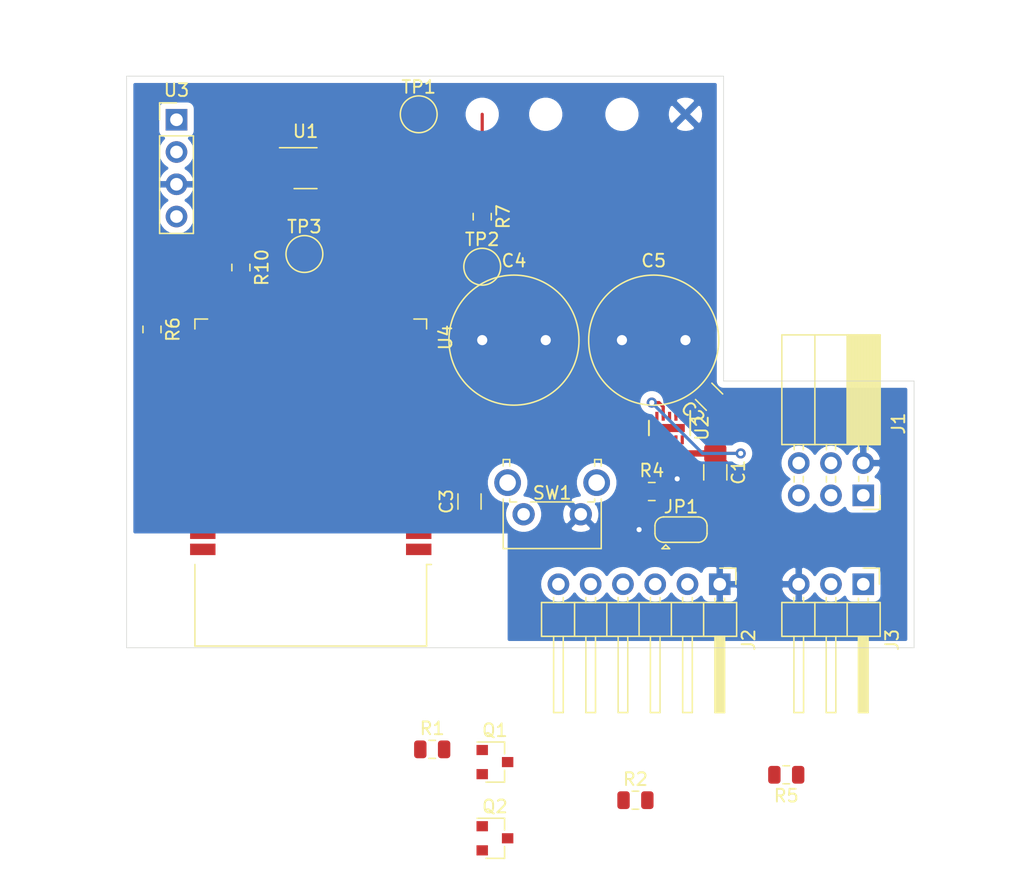
<source format=kicad_pcb>
(kicad_pcb (version 20171130) (host pcbnew 5.1.2-f72e74a~84~ubuntu18.10.1)

  (general
    (thickness 1.6)
    (drawings 12)
    (tracks 45)
    (zones 0)
    (modules 26)
    (nets 52)
  )

  (page A4)
  (layers
    (0 F.Cu signal)
    (31 B.Cu signal)
    (32 B.Adhes user)
    (33 F.Adhes user)
    (34 B.Paste user)
    (35 F.Paste user)
    (36 B.SilkS user)
    (37 F.SilkS user)
    (38 B.Mask user)
    (39 F.Mask user)
    (40 Dwgs.User user)
    (41 Cmts.User user)
    (42 Eco1.User user)
    (43 Eco2.User user)
    (44 Edge.Cuts user)
    (45 Margin user)
    (46 B.CrtYd user)
    (47 F.CrtYd user)
    (48 B.Fab user)
    (49 F.Fab user)
  )

  (setup
    (last_trace_width 0.25)
    (user_trace_width 0.2)
    (user_trace_width 0.5)
    (trace_clearance 0.2)
    (zone_clearance 0.508)
    (zone_45_only no)
    (trace_min 0.2)
    (via_size 0.8)
    (via_drill 0.4)
    (via_min_size 0.4)
    (via_min_drill 0.3)
    (uvia_size 0.3)
    (uvia_drill 0.1)
    (uvias_allowed no)
    (uvia_min_size 0.2)
    (uvia_min_drill 0.1)
    (edge_width 0.05)
    (segment_width 0.2)
    (pcb_text_width 0.3)
    (pcb_text_size 1.5 1.5)
    (mod_edge_width 0.12)
    (mod_text_size 1 1)
    (mod_text_width 0.15)
    (pad_size 1.524 1.524)
    (pad_drill 0.762)
    (pad_to_mask_clearance 0.051)
    (solder_mask_min_width 0.25)
    (aux_axis_origin 0 0)
    (grid_origin 76 12)
    (visible_elements FFFFFF7F)
    (pcbplotparams
      (layerselection 0x010fc_ffffffff)
      (usegerberextensions false)
      (usegerberattributes false)
      (usegerberadvancedattributes false)
      (creategerberjobfile false)
      (excludeedgelayer true)
      (linewidth 0.100000)
      (plotframeref false)
      (viasonmask false)
      (mode 1)
      (useauxorigin false)
      (hpglpennumber 1)
      (hpglpenspeed 20)
      (hpglpendiameter 15.000000)
      (psnegative false)
      (psa4output false)
      (plotreference true)
      (plotvalue true)
      (plotinvisibletext false)
      (padsonsilk false)
      (subtractmaskfromsilk false)
      (outputformat 1)
      (mirror false)
      (drillshape 1)
      (scaleselection 1)
      (outputdirectory ""))
  )

  (net 0 "")
  (net 1 "Net-(J1-Pad6)")
  (net 2 "Net-(J1-Pad5)")
  (net 3 VCC)
  (net 4 GND)
  (net 5 "Net-(U1-Pad4)")
  (net 6 "Net-(C2-Pad2)")
  (net 7 "Net-(C2-Pad1)")
  (net 8 RST)
  (net 9 "Net-(C4-Pad2)")
  (net 10 +3V3)
  (net 11 KAM_TX)
  (net 12 KAM_RX)
  (net 13 DTR)
  (net 14 EXT_RX)
  (net 15 EXT_TX)
  (net 16 RTS)
  (net 17 "Net-(JP1-Pad2)")
  (net 18 PGOOD)
  (net 19 "Net-(Q1-Pad1)")
  (net 20 GPIO0)
  (net 21 "Net-(Q2-Pad1)")
  (net 22 "Net-(R4-Pad1)")
  (net 23 "Net-(R10-Pad2)")
  (net 24 "Net-(U4-Pad37)")
  (net 25 "Net-(U4-Pad36)")
  (net 26 "Net-(U4-Pad33)")
  (net 27 "Net-(U4-Pad32)")
  (net 28 "Net-(U4-Pad31)")
  (net 29 "Net-(U4-Pad30)")
  (net 30 "Net-(U4-Pad29)")
  (net 31 "Net-(U4-Pad26)")
  (net 32 "Net-(U4-Pad23)")
  (net 33 "Net-(U4-Pad22)")
  (net 34 "Net-(U4-Pad21)")
  (net 35 "Net-(U4-Pad20)")
  (net 36 "Net-(U4-Pad19)")
  (net 37 "Net-(U4-Pad18)")
  (net 38 "Net-(U4-Pad17)")
  (net 39 "Net-(U4-Pad16)")
  (net 40 "Net-(U4-Pad14)")
  (net 41 "Net-(U4-Pad13)")
  (net 42 "Net-(U4-Pad12)")
  (net 43 "Net-(U4-Pad11)")
  (net 44 "Net-(U4-Pad10)")
  (net 45 "Net-(U4-Pad9)")
  (net 46 "Net-(U4-Pad8)")
  (net 47 "Net-(U4-Pad7)")
  (net 48 "Net-(U4-Pad6)")
  (net 49 "Net-(U4-Pad5)")
  (net 50 "Net-(U4-Pad4)")
  (net 51 +4V)

  (net_class Default "This is the default net class."
    (clearance 0.2)
    (trace_width 0.25)
    (via_dia 0.8)
    (via_drill 0.4)
    (uvia_dia 0.3)
    (uvia_drill 0.1)
    (add_net +3V3)
    (add_net +4V)
    (add_net DTR)
    (add_net EXT_RX)
    (add_net EXT_TX)
    (add_net GND)
    (add_net GPIO0)
    (add_net KAM_RX)
    (add_net KAM_TX)
    (add_net "Net-(C2-Pad1)")
    (add_net "Net-(C2-Pad2)")
    (add_net "Net-(C4-Pad2)")
    (add_net "Net-(J1-Pad5)")
    (add_net "Net-(J1-Pad6)")
    (add_net "Net-(JP1-Pad2)")
    (add_net "Net-(Q1-Pad1)")
    (add_net "Net-(Q2-Pad1)")
    (add_net "Net-(R10-Pad2)")
    (add_net "Net-(R4-Pad1)")
    (add_net "Net-(U1-Pad4)")
    (add_net "Net-(U4-Pad10)")
    (add_net "Net-(U4-Pad11)")
    (add_net "Net-(U4-Pad12)")
    (add_net "Net-(U4-Pad13)")
    (add_net "Net-(U4-Pad14)")
    (add_net "Net-(U4-Pad16)")
    (add_net "Net-(U4-Pad17)")
    (add_net "Net-(U4-Pad18)")
    (add_net "Net-(U4-Pad19)")
    (add_net "Net-(U4-Pad20)")
    (add_net "Net-(U4-Pad21)")
    (add_net "Net-(U4-Pad22)")
    (add_net "Net-(U4-Pad23)")
    (add_net "Net-(U4-Pad26)")
    (add_net "Net-(U4-Pad29)")
    (add_net "Net-(U4-Pad30)")
    (add_net "Net-(U4-Pad31)")
    (add_net "Net-(U4-Pad32)")
    (add_net "Net-(U4-Pad33)")
    (add_net "Net-(U4-Pad36)")
    (add_net "Net-(U4-Pad37)")
    (add_net "Net-(U4-Pad4)")
    (add_net "Net-(U4-Pad5)")
    (add_net "Net-(U4-Pad6)")
    (add_net "Net-(U4-Pad7)")
    (add_net "Net-(U4-Pad8)")
    (add_net "Net-(U4-Pad9)")
    (add_net PGOOD)
    (add_net RST)
    (add_net RTS)
    (add_net VCC)
  )

  (module Package_TO_SOT_SMD:SOT-23-6_Handsoldering (layer F.Cu) (tedit 5A02FF57) (tstamp 5CFAE39F)
    (at 34.09 27.24)
    (descr "6-pin SOT-23 package, Handsoldering")
    (tags "SOT-23-6 Handsoldering")
    (path /5D0E8EAA)
    (attr smd)
    (fp_text reference U1 (at 0 -2.9) (layer F.SilkS)
      (effects (font (size 1 1) (thickness 0.15)))
    )
    (fp_text value 74LVC1G373 (at 0 2.9) (layer F.Fab)
      (effects (font (size 1 1) (thickness 0.15)))
    )
    (fp_line (start 0.9 -1.55) (end 0.9 1.55) (layer F.Fab) (width 0.1))
    (fp_line (start 0.9 1.55) (end -0.9 1.55) (layer F.Fab) (width 0.1))
    (fp_line (start -0.9 -0.9) (end -0.9 1.55) (layer F.Fab) (width 0.1))
    (fp_line (start 0.9 -1.55) (end -0.25 -1.55) (layer F.Fab) (width 0.1))
    (fp_line (start -0.9 -0.9) (end -0.25 -1.55) (layer F.Fab) (width 0.1))
    (fp_line (start -2.4 -1.8) (end 2.4 -1.8) (layer F.CrtYd) (width 0.05))
    (fp_line (start 2.4 -1.8) (end 2.4 1.8) (layer F.CrtYd) (width 0.05))
    (fp_line (start 2.4 1.8) (end -2.4 1.8) (layer F.CrtYd) (width 0.05))
    (fp_line (start -2.4 1.8) (end -2.4 -1.8) (layer F.CrtYd) (width 0.05))
    (fp_line (start 0.9 -1.61) (end -2.05 -1.61) (layer F.SilkS) (width 0.12))
    (fp_line (start -0.9 1.61) (end 0.9 1.61) (layer F.SilkS) (width 0.12))
    (fp_text user %R (at 0 0 90) (layer F.Fab)
      (effects (font (size 0.5 0.5) (thickness 0.075)))
    )
    (pad 5 smd rect (at 1.35 0) (size 1.56 0.65) (layers F.Cu F.Paste F.Mask)
      (net 51 +4V))
    (pad 6 smd rect (at 1.35 -0.95) (size 1.56 0.65) (layers F.Cu F.Paste F.Mask)
      (net 4 GND))
    (pad 4 smd rect (at 1.35 0.95) (size 1.56 0.65) (layers F.Cu F.Paste F.Mask)
      (net 5 "Net-(U1-Pad4)"))
    (pad 3 smd rect (at -1.35 0.95) (size 1.56 0.65) (layers F.Cu F.Paste F.Mask)
      (net 51 +4V))
    (pad 2 smd rect (at -1.35 0) (size 1.56 0.65) (layers F.Cu F.Paste F.Mask)
      (net 4 GND))
    (pad 1 smd rect (at -1.35 -0.95) (size 1.56 0.65) (layers F.Cu F.Paste F.Mask)
      (net 18 PGOOD))
    (model ${KISYS3DMOD}/Package_TO_SOT_SMD.3dshapes/SOT-23-6.wrl
      (at (xyz 0 0 0))
      (scale (xyz 1 1 1))
      (rotate (xyz 0 0 0))
    )
  )

  (module Connector_PinHeader_2.54mm:PinHeader_1x04_P2.54mm_Vertical (layer F.Cu) (tedit 59FED5CC) (tstamp 5CF9B45A)
    (at 23.93 23.43)
    (descr "Through hole straight pin header, 1x04, 2.54mm pitch, single row")
    (tags "Through hole pin header THT 1x04 2.54mm single row")
    (path /5CFA6143)
    (fp_text reference U3 (at 0 -2.33) (layer F.SilkS)
      (effects (font (size 1 1) (thickness 0.15)))
    )
    (fp_text value S7V8F3 (at 0 9.95) (layer F.Fab)
      (effects (font (size 1 1) (thickness 0.15)))
    )
    (fp_text user %R (at 0 3.81 90) (layer F.Fab)
      (effects (font (size 1 1) (thickness 0.15)))
    )
    (fp_line (start 1.8 -1.8) (end -1.8 -1.8) (layer F.CrtYd) (width 0.05))
    (fp_line (start 1.8 9.4) (end 1.8 -1.8) (layer F.CrtYd) (width 0.05))
    (fp_line (start -1.8 9.4) (end 1.8 9.4) (layer F.CrtYd) (width 0.05))
    (fp_line (start -1.8 -1.8) (end -1.8 9.4) (layer F.CrtYd) (width 0.05))
    (fp_line (start -1.33 -1.33) (end 0 -1.33) (layer F.SilkS) (width 0.12))
    (fp_line (start -1.33 0) (end -1.33 -1.33) (layer F.SilkS) (width 0.12))
    (fp_line (start -1.33 1.27) (end 1.33 1.27) (layer F.SilkS) (width 0.12))
    (fp_line (start 1.33 1.27) (end 1.33 8.95) (layer F.SilkS) (width 0.12))
    (fp_line (start -1.33 1.27) (end -1.33 8.95) (layer F.SilkS) (width 0.12))
    (fp_line (start -1.33 8.95) (end 1.33 8.95) (layer F.SilkS) (width 0.12))
    (fp_line (start -1.27 -0.635) (end -0.635 -1.27) (layer F.Fab) (width 0.1))
    (fp_line (start -1.27 8.89) (end -1.27 -0.635) (layer F.Fab) (width 0.1))
    (fp_line (start 1.27 8.89) (end -1.27 8.89) (layer F.Fab) (width 0.1))
    (fp_line (start 1.27 -1.27) (end 1.27 8.89) (layer F.Fab) (width 0.1))
    (fp_line (start -0.635 -1.27) (end 1.27 -1.27) (layer F.Fab) (width 0.1))
    (pad 4 thru_hole oval (at 0 7.62) (size 1.7 1.7) (drill 1) (layers *.Cu *.Mask)
      (net 10 +3V3))
    (pad 3 thru_hole oval (at 0 5.08) (size 1.7 1.7) (drill 1) (layers *.Cu *.Mask)
      (net 4 GND))
    (pad 2 thru_hole oval (at 0 2.54) (size 1.7 1.7) (drill 1) (layers *.Cu *.Mask)
      (net 51 +4V))
    (pad 1 thru_hole rect (at 0 0) (size 1.7 1.7) (drill 1) (layers *.Cu *.Mask)
      (net 5 "Net-(U1-Pad4)"))
    (model ${KISYS3DMOD}/Connector_PinHeader_2.54mm.3dshapes/PinHeader_1x04_P2.54mm_Vertical.wrl
      (at (xyz 0 0 0))
      (scale (xyz 1 1 1))
      (rotate (xyz 0 0 0))
    )
  )

  (module Resistor_SMD:R_0805_2012Metric (layer F.Cu) (tedit 5B36C52B) (tstamp 5CE90FB5)
    (at 61.35 52.7)
    (descr "Resistor SMD 0805 (2012 Metric), square (rectangular) end terminal, IPC_7351 nominal, (Body size source: https://docs.google.com/spreadsheets/d/1BsfQQcO9C6DZCsRaXUlFlo91Tg2WpOkGARC1WS5S8t0/edit?usp=sharing), generated with kicad-footprint-generator")
    (tags resistor)
    (path /5CDE68BB)
    (attr smd)
    (fp_text reference R4 (at 0 -1.65) (layer F.SilkS)
      (effects (font (size 1 1) (thickness 0.15)))
    )
    (fp_text value "48k (51k)" (at 0 1.65) (layer F.Fab)
      (effects (font (size 1 1) (thickness 0.15)))
    )
    (fp_text user %R (at 0 0) (layer F.Fab)
      (effects (font (size 0.5 0.5) (thickness 0.08)))
    )
    (fp_line (start 1.68 0.95) (end -1.68 0.95) (layer F.CrtYd) (width 0.05))
    (fp_line (start 1.68 -0.95) (end 1.68 0.95) (layer F.CrtYd) (width 0.05))
    (fp_line (start -1.68 -0.95) (end 1.68 -0.95) (layer F.CrtYd) (width 0.05))
    (fp_line (start -1.68 0.95) (end -1.68 -0.95) (layer F.CrtYd) (width 0.05))
    (fp_line (start -0.258578 0.71) (end 0.258578 0.71) (layer F.SilkS) (width 0.12))
    (fp_line (start -0.258578 -0.71) (end 0.258578 -0.71) (layer F.SilkS) (width 0.12))
    (fp_line (start 1 0.6) (end -1 0.6) (layer F.Fab) (width 0.1))
    (fp_line (start 1 -0.6) (end 1 0.6) (layer F.Fab) (width 0.1))
    (fp_line (start -1 -0.6) (end 1 -0.6) (layer F.Fab) (width 0.1))
    (fp_line (start -1 0.6) (end -1 -0.6) (layer F.Fab) (width 0.1))
    (pad 2 smd roundrect (at 0.9375 0) (size 0.975 1.4) (layers F.Cu F.Paste F.Mask) (roundrect_rratio 0.25)
      (net 4 GND))
    (pad 1 smd roundrect (at -0.9375 0) (size 0.975 1.4) (layers F.Cu F.Paste F.Mask) (roundrect_rratio 0.25)
      (net 22 "Net-(R4-Pad1)"))
    (model ${KISYS3DMOD}/Resistor_SMD.3dshapes/R_0805_2012Metric.wrl
      (at (xyz 0 0 0))
      (scale (xyz 1 1 1))
      (rotate (xyz 0 0 0))
    )
  )

  (module Connector_PinHeader_2.54mm:PinHeader_1x03_P2.54mm_Horizontal (layer F.Cu) (tedit 59FED5CB) (tstamp 5CE90F19)
    (at 78 60 270)
    (descr "Through hole angled pin header, 1x03, 2.54mm pitch, 6mm pin length, single row")
    (tags "Through hole angled pin header THT 1x03 2.54mm single row")
    (path /5CF293EE)
    (fp_text reference J3 (at 4.385 -2.27 90) (layer F.SilkS)
      (effects (font (size 1 1) (thickness 0.15)))
    )
    (fp_text value Conn_01x03_Male (at 4.385 7.35 90) (layer F.Fab)
      (effects (font (size 1 1) (thickness 0.15)))
    )
    (fp_text user %R (at 2.77 2.54 180) (layer F.Fab)
      (effects (font (size 1 1) (thickness 0.15)))
    )
    (fp_line (start 10.55 -1.8) (end -1.8 -1.8) (layer F.CrtYd) (width 0.05))
    (fp_line (start 10.55 6.85) (end 10.55 -1.8) (layer F.CrtYd) (width 0.05))
    (fp_line (start -1.8 6.85) (end 10.55 6.85) (layer F.CrtYd) (width 0.05))
    (fp_line (start -1.8 -1.8) (end -1.8 6.85) (layer F.CrtYd) (width 0.05))
    (fp_line (start -1.27 -1.27) (end 0 -1.27) (layer F.SilkS) (width 0.12))
    (fp_line (start -1.27 0) (end -1.27 -1.27) (layer F.SilkS) (width 0.12))
    (fp_line (start 1.042929 5.46) (end 1.44 5.46) (layer F.SilkS) (width 0.12))
    (fp_line (start 1.042929 4.7) (end 1.44 4.7) (layer F.SilkS) (width 0.12))
    (fp_line (start 10.1 5.46) (end 4.1 5.46) (layer F.SilkS) (width 0.12))
    (fp_line (start 10.1 4.7) (end 10.1 5.46) (layer F.SilkS) (width 0.12))
    (fp_line (start 4.1 4.7) (end 10.1 4.7) (layer F.SilkS) (width 0.12))
    (fp_line (start 1.44 3.81) (end 4.1 3.81) (layer F.SilkS) (width 0.12))
    (fp_line (start 1.042929 2.92) (end 1.44 2.92) (layer F.SilkS) (width 0.12))
    (fp_line (start 1.042929 2.16) (end 1.44 2.16) (layer F.SilkS) (width 0.12))
    (fp_line (start 10.1 2.92) (end 4.1 2.92) (layer F.SilkS) (width 0.12))
    (fp_line (start 10.1 2.16) (end 10.1 2.92) (layer F.SilkS) (width 0.12))
    (fp_line (start 4.1 2.16) (end 10.1 2.16) (layer F.SilkS) (width 0.12))
    (fp_line (start 1.44 1.27) (end 4.1 1.27) (layer F.SilkS) (width 0.12))
    (fp_line (start 1.11 0.38) (end 1.44 0.38) (layer F.SilkS) (width 0.12))
    (fp_line (start 1.11 -0.38) (end 1.44 -0.38) (layer F.SilkS) (width 0.12))
    (fp_line (start 4.1 0.28) (end 10.1 0.28) (layer F.SilkS) (width 0.12))
    (fp_line (start 4.1 0.16) (end 10.1 0.16) (layer F.SilkS) (width 0.12))
    (fp_line (start 4.1 0.04) (end 10.1 0.04) (layer F.SilkS) (width 0.12))
    (fp_line (start 4.1 -0.08) (end 10.1 -0.08) (layer F.SilkS) (width 0.12))
    (fp_line (start 4.1 -0.2) (end 10.1 -0.2) (layer F.SilkS) (width 0.12))
    (fp_line (start 4.1 -0.32) (end 10.1 -0.32) (layer F.SilkS) (width 0.12))
    (fp_line (start 10.1 0.38) (end 4.1 0.38) (layer F.SilkS) (width 0.12))
    (fp_line (start 10.1 -0.38) (end 10.1 0.38) (layer F.SilkS) (width 0.12))
    (fp_line (start 4.1 -0.38) (end 10.1 -0.38) (layer F.SilkS) (width 0.12))
    (fp_line (start 4.1 -1.33) (end 1.44 -1.33) (layer F.SilkS) (width 0.12))
    (fp_line (start 4.1 6.41) (end 4.1 -1.33) (layer F.SilkS) (width 0.12))
    (fp_line (start 1.44 6.41) (end 4.1 6.41) (layer F.SilkS) (width 0.12))
    (fp_line (start 1.44 -1.33) (end 1.44 6.41) (layer F.SilkS) (width 0.12))
    (fp_line (start 4.04 5.4) (end 10.04 5.4) (layer F.Fab) (width 0.1))
    (fp_line (start 10.04 4.76) (end 10.04 5.4) (layer F.Fab) (width 0.1))
    (fp_line (start 4.04 4.76) (end 10.04 4.76) (layer F.Fab) (width 0.1))
    (fp_line (start -0.32 5.4) (end 1.5 5.4) (layer F.Fab) (width 0.1))
    (fp_line (start -0.32 4.76) (end -0.32 5.4) (layer F.Fab) (width 0.1))
    (fp_line (start -0.32 4.76) (end 1.5 4.76) (layer F.Fab) (width 0.1))
    (fp_line (start 4.04 2.86) (end 10.04 2.86) (layer F.Fab) (width 0.1))
    (fp_line (start 10.04 2.22) (end 10.04 2.86) (layer F.Fab) (width 0.1))
    (fp_line (start 4.04 2.22) (end 10.04 2.22) (layer F.Fab) (width 0.1))
    (fp_line (start -0.32 2.86) (end 1.5 2.86) (layer F.Fab) (width 0.1))
    (fp_line (start -0.32 2.22) (end -0.32 2.86) (layer F.Fab) (width 0.1))
    (fp_line (start -0.32 2.22) (end 1.5 2.22) (layer F.Fab) (width 0.1))
    (fp_line (start 4.04 0.32) (end 10.04 0.32) (layer F.Fab) (width 0.1))
    (fp_line (start 10.04 -0.32) (end 10.04 0.32) (layer F.Fab) (width 0.1))
    (fp_line (start 4.04 -0.32) (end 10.04 -0.32) (layer F.Fab) (width 0.1))
    (fp_line (start -0.32 0.32) (end 1.5 0.32) (layer F.Fab) (width 0.1))
    (fp_line (start -0.32 -0.32) (end -0.32 0.32) (layer F.Fab) (width 0.1))
    (fp_line (start -0.32 -0.32) (end 1.5 -0.32) (layer F.Fab) (width 0.1))
    (fp_line (start 1.5 -0.635) (end 2.135 -1.27) (layer F.Fab) (width 0.1))
    (fp_line (start 1.5 6.35) (end 1.5 -0.635) (layer F.Fab) (width 0.1))
    (fp_line (start 4.04 6.35) (end 1.5 6.35) (layer F.Fab) (width 0.1))
    (fp_line (start 4.04 -1.27) (end 4.04 6.35) (layer F.Fab) (width 0.1))
    (fp_line (start 2.135 -1.27) (end 4.04 -1.27) (layer F.Fab) (width 0.1))
    (pad 3 thru_hole oval (at 0 5.08 270) (size 1.7 1.7) (drill 1) (layers *.Cu *.Mask)
      (net 4 GND))
    (pad 2 thru_hole oval (at 0 2.54 270) (size 1.7 1.7) (drill 1) (layers *.Cu *.Mask)
      (net 11 KAM_TX))
    (pad 1 thru_hole rect (at 0 0 270) (size 1.7 1.7) (drill 1) (layers *.Cu *.Mask)
      (net 12 KAM_RX))
    (model ${KISYS3DMOD}/Connector_PinHeader_2.54mm.3dshapes/PinHeader_1x03_P2.54mm_Horizontal.wrl
      (at (xyz 0 0 0))
      (scale (xyz 1 1 1))
      (rotate (xyz 0 0 0))
    )
  )

  (module Connector_PinHeader_2.54mm:PinHeader_1x06_P2.54mm_Horizontal (layer F.Cu) (tedit 59FED5CB) (tstamp 5CE90EDC)
    (at 66.7 60 270)
    (descr "Through hole angled pin header, 1x06, 2.54mm pitch, 6mm pin length, single row")
    (tags "Through hole angled pin header THT 1x06 2.54mm single row")
    (path /5CFD5725)
    (fp_text reference J2 (at 4.385 -2.27 90) (layer F.SilkS)
      (effects (font (size 1 1) (thickness 0.15)))
    )
    (fp_text value Conn_01x06_Male (at 4.385 14.97 90) (layer F.Fab)
      (effects (font (size 1 1) (thickness 0.15)))
    )
    (fp_text user %R (at 2.77 6.35) (layer F.Fab)
      (effects (font (size 1 1) (thickness 0.15)))
    )
    (fp_line (start 10.55 -1.8) (end -1.8 -1.8) (layer F.CrtYd) (width 0.05))
    (fp_line (start 10.55 14.5) (end 10.55 -1.8) (layer F.CrtYd) (width 0.05))
    (fp_line (start -1.8 14.5) (end 10.55 14.5) (layer F.CrtYd) (width 0.05))
    (fp_line (start -1.8 -1.8) (end -1.8 14.5) (layer F.CrtYd) (width 0.05))
    (fp_line (start -1.27 -1.27) (end 0 -1.27) (layer F.SilkS) (width 0.12))
    (fp_line (start -1.27 0) (end -1.27 -1.27) (layer F.SilkS) (width 0.12))
    (fp_line (start 1.042929 13.08) (end 1.44 13.08) (layer F.SilkS) (width 0.12))
    (fp_line (start 1.042929 12.32) (end 1.44 12.32) (layer F.SilkS) (width 0.12))
    (fp_line (start 10.1 13.08) (end 4.1 13.08) (layer F.SilkS) (width 0.12))
    (fp_line (start 10.1 12.32) (end 10.1 13.08) (layer F.SilkS) (width 0.12))
    (fp_line (start 4.1 12.32) (end 10.1 12.32) (layer F.SilkS) (width 0.12))
    (fp_line (start 1.44 11.43) (end 4.1 11.43) (layer F.SilkS) (width 0.12))
    (fp_line (start 1.042929 10.54) (end 1.44 10.54) (layer F.SilkS) (width 0.12))
    (fp_line (start 1.042929 9.78) (end 1.44 9.78) (layer F.SilkS) (width 0.12))
    (fp_line (start 10.1 10.54) (end 4.1 10.54) (layer F.SilkS) (width 0.12))
    (fp_line (start 10.1 9.78) (end 10.1 10.54) (layer F.SilkS) (width 0.12))
    (fp_line (start 4.1 9.78) (end 10.1 9.78) (layer F.SilkS) (width 0.12))
    (fp_line (start 1.44 8.89) (end 4.1 8.89) (layer F.SilkS) (width 0.12))
    (fp_line (start 1.042929 8) (end 1.44 8) (layer F.SilkS) (width 0.12))
    (fp_line (start 1.042929 7.24) (end 1.44 7.24) (layer F.SilkS) (width 0.12))
    (fp_line (start 10.1 8) (end 4.1 8) (layer F.SilkS) (width 0.12))
    (fp_line (start 10.1 7.24) (end 10.1 8) (layer F.SilkS) (width 0.12))
    (fp_line (start 4.1 7.24) (end 10.1 7.24) (layer F.SilkS) (width 0.12))
    (fp_line (start 1.44 6.35) (end 4.1 6.35) (layer F.SilkS) (width 0.12))
    (fp_line (start 1.042929 5.46) (end 1.44 5.46) (layer F.SilkS) (width 0.12))
    (fp_line (start 1.042929 4.7) (end 1.44 4.7) (layer F.SilkS) (width 0.12))
    (fp_line (start 10.1 5.46) (end 4.1 5.46) (layer F.SilkS) (width 0.12))
    (fp_line (start 10.1 4.7) (end 10.1 5.46) (layer F.SilkS) (width 0.12))
    (fp_line (start 4.1 4.7) (end 10.1 4.7) (layer F.SilkS) (width 0.12))
    (fp_line (start 1.44 3.81) (end 4.1 3.81) (layer F.SilkS) (width 0.12))
    (fp_line (start 1.042929 2.92) (end 1.44 2.92) (layer F.SilkS) (width 0.12))
    (fp_line (start 1.042929 2.16) (end 1.44 2.16) (layer F.SilkS) (width 0.12))
    (fp_line (start 10.1 2.92) (end 4.1 2.92) (layer F.SilkS) (width 0.12))
    (fp_line (start 10.1 2.16) (end 10.1 2.92) (layer F.SilkS) (width 0.12))
    (fp_line (start 4.1 2.16) (end 10.1 2.16) (layer F.SilkS) (width 0.12))
    (fp_line (start 1.44 1.27) (end 4.1 1.27) (layer F.SilkS) (width 0.12))
    (fp_line (start 1.11 0.38) (end 1.44 0.38) (layer F.SilkS) (width 0.12))
    (fp_line (start 1.11 -0.38) (end 1.44 -0.38) (layer F.SilkS) (width 0.12))
    (fp_line (start 4.1 0.28) (end 10.1 0.28) (layer F.SilkS) (width 0.12))
    (fp_line (start 4.1 0.16) (end 10.1 0.16) (layer F.SilkS) (width 0.12))
    (fp_line (start 4.1 0.04) (end 10.1 0.04) (layer F.SilkS) (width 0.12))
    (fp_line (start 4.1 -0.08) (end 10.1 -0.08) (layer F.SilkS) (width 0.12))
    (fp_line (start 4.1 -0.2) (end 10.1 -0.2) (layer F.SilkS) (width 0.12))
    (fp_line (start 4.1 -0.32) (end 10.1 -0.32) (layer F.SilkS) (width 0.12))
    (fp_line (start 10.1 0.38) (end 4.1 0.38) (layer F.SilkS) (width 0.12))
    (fp_line (start 10.1 -0.38) (end 10.1 0.38) (layer F.SilkS) (width 0.12))
    (fp_line (start 4.1 -0.38) (end 10.1 -0.38) (layer F.SilkS) (width 0.12))
    (fp_line (start 4.1 -1.33) (end 1.44 -1.33) (layer F.SilkS) (width 0.12))
    (fp_line (start 4.1 14.03) (end 4.1 -1.33) (layer F.SilkS) (width 0.12))
    (fp_line (start 1.44 14.03) (end 4.1 14.03) (layer F.SilkS) (width 0.12))
    (fp_line (start 1.44 -1.33) (end 1.44 14.03) (layer F.SilkS) (width 0.12))
    (fp_line (start 4.04 13.02) (end 10.04 13.02) (layer F.Fab) (width 0.1))
    (fp_line (start 10.04 12.38) (end 10.04 13.02) (layer F.Fab) (width 0.1))
    (fp_line (start 4.04 12.38) (end 10.04 12.38) (layer F.Fab) (width 0.1))
    (fp_line (start -0.32 13.02) (end 1.5 13.02) (layer F.Fab) (width 0.1))
    (fp_line (start -0.32 12.38) (end -0.32 13.02) (layer F.Fab) (width 0.1))
    (fp_line (start -0.32 12.38) (end 1.5 12.38) (layer F.Fab) (width 0.1))
    (fp_line (start 4.04 10.48) (end 10.04 10.48) (layer F.Fab) (width 0.1))
    (fp_line (start 10.04 9.84) (end 10.04 10.48) (layer F.Fab) (width 0.1))
    (fp_line (start 4.04 9.84) (end 10.04 9.84) (layer F.Fab) (width 0.1))
    (fp_line (start -0.32 10.48) (end 1.5 10.48) (layer F.Fab) (width 0.1))
    (fp_line (start -0.32 9.84) (end -0.32 10.48) (layer F.Fab) (width 0.1))
    (fp_line (start -0.32 9.84) (end 1.5 9.84) (layer F.Fab) (width 0.1))
    (fp_line (start 4.04 7.94) (end 10.04 7.94) (layer F.Fab) (width 0.1))
    (fp_line (start 10.04 7.3) (end 10.04 7.94) (layer F.Fab) (width 0.1))
    (fp_line (start 4.04 7.3) (end 10.04 7.3) (layer F.Fab) (width 0.1))
    (fp_line (start -0.32 7.94) (end 1.5 7.94) (layer F.Fab) (width 0.1))
    (fp_line (start -0.32 7.3) (end -0.32 7.94) (layer F.Fab) (width 0.1))
    (fp_line (start -0.32 7.3) (end 1.5 7.3) (layer F.Fab) (width 0.1))
    (fp_line (start 4.04 5.4) (end 10.04 5.4) (layer F.Fab) (width 0.1))
    (fp_line (start 10.04 4.76) (end 10.04 5.4) (layer F.Fab) (width 0.1))
    (fp_line (start 4.04 4.76) (end 10.04 4.76) (layer F.Fab) (width 0.1))
    (fp_line (start -0.32 5.4) (end 1.5 5.4) (layer F.Fab) (width 0.1))
    (fp_line (start -0.32 4.76) (end -0.32 5.4) (layer F.Fab) (width 0.1))
    (fp_line (start -0.32 4.76) (end 1.5 4.76) (layer F.Fab) (width 0.1))
    (fp_line (start 4.04 2.86) (end 10.04 2.86) (layer F.Fab) (width 0.1))
    (fp_line (start 10.04 2.22) (end 10.04 2.86) (layer F.Fab) (width 0.1))
    (fp_line (start 4.04 2.22) (end 10.04 2.22) (layer F.Fab) (width 0.1))
    (fp_line (start -0.32 2.86) (end 1.5 2.86) (layer F.Fab) (width 0.1))
    (fp_line (start -0.32 2.22) (end -0.32 2.86) (layer F.Fab) (width 0.1))
    (fp_line (start -0.32 2.22) (end 1.5 2.22) (layer F.Fab) (width 0.1))
    (fp_line (start 4.04 0.32) (end 10.04 0.32) (layer F.Fab) (width 0.1))
    (fp_line (start 10.04 -0.32) (end 10.04 0.32) (layer F.Fab) (width 0.1))
    (fp_line (start 4.04 -0.32) (end 10.04 -0.32) (layer F.Fab) (width 0.1))
    (fp_line (start -0.32 0.32) (end 1.5 0.32) (layer F.Fab) (width 0.1))
    (fp_line (start -0.32 -0.32) (end -0.32 0.32) (layer F.Fab) (width 0.1))
    (fp_line (start -0.32 -0.32) (end 1.5 -0.32) (layer F.Fab) (width 0.1))
    (fp_line (start 1.5 -0.635) (end 2.135 -1.27) (layer F.Fab) (width 0.1))
    (fp_line (start 1.5 13.97) (end 1.5 -0.635) (layer F.Fab) (width 0.1))
    (fp_line (start 4.04 13.97) (end 1.5 13.97) (layer F.Fab) (width 0.1))
    (fp_line (start 4.04 -1.27) (end 4.04 13.97) (layer F.Fab) (width 0.1))
    (fp_line (start 2.135 -1.27) (end 4.04 -1.27) (layer F.Fab) (width 0.1))
    (pad 6 thru_hole oval (at 0 12.7 270) (size 1.7 1.7) (drill 1) (layers *.Cu *.Mask)
      (net 13 DTR))
    (pad 5 thru_hole oval (at 0 10.16 270) (size 1.7 1.7) (drill 1) (layers *.Cu *.Mask)
      (net 14 EXT_RX))
    (pad 4 thru_hole oval (at 0 7.62 270) (size 1.7 1.7) (drill 1) (layers *.Cu *.Mask)
      (net 15 EXT_TX))
    (pad 3 thru_hole oval (at 0 5.08 270) (size 1.7 1.7) (drill 1) (layers *.Cu *.Mask)
      (net 10 +3V3))
    (pad 2 thru_hole oval (at 0 2.54 270) (size 1.7 1.7) (drill 1) (layers *.Cu *.Mask)
      (net 16 RTS))
    (pad 1 thru_hole rect (at 0 0 270) (size 1.7 1.7) (drill 1) (layers *.Cu *.Mask)
      (net 4 GND))
    (model ${KISYS3DMOD}/Connector_PinHeader_2.54mm.3dshapes/PinHeader_1x06_P2.54mm_Horizontal.wrl
      (at (xyz 0 0 0))
      (scale (xyz 1 1 1))
      (rotate (xyz 0 0 0))
    )
  )

  (module Resistor_SMD:R_0805_2012Metric (layer F.Cu) (tedit 5B36C52B) (tstamp 5CE9101B)
    (at 29 35.0625 270)
    (descr "Resistor SMD 0805 (2012 Metric), square (rectangular) end terminal, IPC_7351 nominal, (Body size source: https://docs.google.com/spreadsheets/d/1BsfQQcO9C6DZCsRaXUlFlo91Tg2WpOkGARC1WS5S8t0/edit?usp=sharing), generated with kicad-footprint-generator")
    (tags resistor)
    (path /5CF226B9)
    (attr smd)
    (fp_text reference R10 (at 0 -1.65 90) (layer F.SilkS)
      (effects (font (size 1 1) (thickness 0.15)))
    )
    (fp_text value 10k (at 0 1.65 90) (layer F.Fab)
      (effects (font (size 1 1) (thickness 0.15)))
    )
    (fp_text user %R (at 0 0 90) (layer F.Fab)
      (effects (font (size 0.5 0.5) (thickness 0.08)))
    )
    (fp_line (start 1.68 0.95) (end -1.68 0.95) (layer F.CrtYd) (width 0.05))
    (fp_line (start 1.68 -0.95) (end 1.68 0.95) (layer F.CrtYd) (width 0.05))
    (fp_line (start -1.68 -0.95) (end 1.68 -0.95) (layer F.CrtYd) (width 0.05))
    (fp_line (start -1.68 0.95) (end -1.68 -0.95) (layer F.CrtYd) (width 0.05))
    (fp_line (start -0.258578 0.71) (end 0.258578 0.71) (layer F.SilkS) (width 0.12))
    (fp_line (start -0.258578 -0.71) (end 0.258578 -0.71) (layer F.SilkS) (width 0.12))
    (fp_line (start 1 0.6) (end -1 0.6) (layer F.Fab) (width 0.1))
    (fp_line (start 1 -0.6) (end 1 0.6) (layer F.Fab) (width 0.1))
    (fp_line (start -1 -0.6) (end 1 -0.6) (layer F.Fab) (width 0.1))
    (fp_line (start -1 0.6) (end -1 -0.6) (layer F.Fab) (width 0.1))
    (pad 2 smd roundrect (at 0.9375 0 270) (size 0.975 1.4) (layers F.Cu F.Paste F.Mask) (roundrect_rratio 0.25)
      (net 23 "Net-(R10-Pad2)"))
    (pad 1 smd roundrect (at -0.9375 0 270) (size 0.975 1.4) (layers F.Cu F.Paste F.Mask) (roundrect_rratio 0.25)
      (net 4 GND))
    (model ${KISYS3DMOD}/Resistor_SMD.3dshapes/R_0805_2012Metric.wrl
      (at (xyz 0 0 0))
      (scale (xyz 1 1 1))
      (rotate (xyz 0 0 0))
    )
  )

  (module Resistor_SMD:R_0805_2012Metric (layer F.Cu) (tedit 5B36C52B) (tstamp 5CE9B2AD)
    (at 48 31.0625 270)
    (descr "Resistor SMD 0805 (2012 Metric), square (rectangular) end terminal, IPC_7351 nominal, (Body size source: https://docs.google.com/spreadsheets/d/1BsfQQcO9C6DZCsRaXUlFlo91Tg2WpOkGARC1WS5S8t0/edit?usp=sharing), generated with kicad-footprint-generator")
    (tags resistor)
    (path /5CDF381E)
    (attr smd)
    (fp_text reference R7 (at 0 -1.65 90) (layer F.SilkS)
      (effects (font (size 1 1) (thickness 0.15)))
    )
    (fp_text value 10k (at 0 1.65 90) (layer F.Fab)
      (effects (font (size 1 1) (thickness 0.15)))
    )
    (fp_text user %R (at 0 0 90) (layer F.Fab)
      (effects (font (size 0.5 0.5) (thickness 0.08)))
    )
    (fp_line (start 1.68 0.95) (end -1.68 0.95) (layer F.CrtYd) (width 0.05))
    (fp_line (start 1.68 -0.95) (end 1.68 0.95) (layer F.CrtYd) (width 0.05))
    (fp_line (start -1.68 -0.95) (end 1.68 -0.95) (layer F.CrtYd) (width 0.05))
    (fp_line (start -1.68 0.95) (end -1.68 -0.95) (layer F.CrtYd) (width 0.05))
    (fp_line (start -0.258578 0.71) (end 0.258578 0.71) (layer F.SilkS) (width 0.12))
    (fp_line (start -0.258578 -0.71) (end 0.258578 -0.71) (layer F.SilkS) (width 0.12))
    (fp_line (start 1 0.6) (end -1 0.6) (layer F.Fab) (width 0.1))
    (fp_line (start 1 -0.6) (end 1 0.6) (layer F.Fab) (width 0.1))
    (fp_line (start -1 -0.6) (end 1 -0.6) (layer F.Fab) (width 0.1))
    (fp_line (start -1 0.6) (end -1 -0.6) (layer F.Fab) (width 0.1))
    (pad 2 smd roundrect (at 0.9375 0 270) (size 0.975 1.4) (layers F.Cu F.Paste F.Mask) (roundrect_rratio 0.25)
      (net 18 PGOOD))
    (pad 1 smd roundrect (at -0.9375 0 270) (size 0.975 1.4) (layers F.Cu F.Paste F.Mask) (roundrect_rratio 0.25)
      (net 51 +4V))
    (model ${KISYS3DMOD}/Resistor_SMD.3dshapes/R_0805_2012Metric.wrl
      (at (xyz 0 0 0))
      (scale (xyz 1 1 1))
      (rotate (xyz 0 0 0))
    )
  )

  (module Resistor_SMD:R_0805_2012Metric (layer F.Cu) (tedit 5B36C52B) (tstamp 5CE90FD7)
    (at 22 39.9375 270)
    (descr "Resistor SMD 0805 (2012 Metric), square (rectangular) end terminal, IPC_7351 nominal, (Body size source: https://docs.google.com/spreadsheets/d/1BsfQQcO9C6DZCsRaXUlFlo91Tg2WpOkGARC1WS5S8t0/edit?usp=sharing), generated with kicad-footprint-generator")
    (tags resistor)
    (path /5D0A7656)
    (attr smd)
    (fp_text reference R6 (at 0 -1.65 90) (layer F.SilkS)
      (effects (font (size 1 1) (thickness 0.15)))
    )
    (fp_text value 10k (at 0 1.65) (layer F.Fab)
      (effects (font (size 1 1) (thickness 0.15)))
    )
    (fp_text user %R (at 0 0 270) (layer F.Fab)
      (effects (font (size 0.5 0.5) (thickness 0.08)))
    )
    (fp_line (start 1.68 0.95) (end -1.68 0.95) (layer F.CrtYd) (width 0.05))
    (fp_line (start 1.68 -0.95) (end 1.68 0.95) (layer F.CrtYd) (width 0.05))
    (fp_line (start -1.68 -0.95) (end 1.68 -0.95) (layer F.CrtYd) (width 0.05))
    (fp_line (start -1.68 0.95) (end -1.68 -0.95) (layer F.CrtYd) (width 0.05))
    (fp_line (start -0.258578 0.71) (end 0.258578 0.71) (layer F.SilkS) (width 0.12))
    (fp_line (start -0.258578 -0.71) (end 0.258578 -0.71) (layer F.SilkS) (width 0.12))
    (fp_line (start 1 0.6) (end -1 0.6) (layer F.Fab) (width 0.1))
    (fp_line (start 1 -0.6) (end 1 0.6) (layer F.Fab) (width 0.1))
    (fp_line (start -1 -0.6) (end 1 -0.6) (layer F.Fab) (width 0.1))
    (fp_line (start -1 0.6) (end -1 -0.6) (layer F.Fab) (width 0.1))
    (pad 2 smd roundrect (at 0.9375 0 270) (size 0.975 1.4) (layers F.Cu F.Paste F.Mask) (roundrect_rratio 0.25)
      (net 20 GPIO0))
    (pad 1 smd roundrect (at -0.9375 0 270) (size 0.975 1.4) (layers F.Cu F.Paste F.Mask) (roundrect_rratio 0.25)
      (net 10 +3V3))
    (model ${KISYS3DMOD}/Resistor_SMD.3dshapes/R_0805_2012Metric.wrl
      (at (xyz 0 0 0))
      (scale (xyz 1 1 1))
      (rotate (xyz 0 0 0))
    )
  )

  (module Resistor_SMD:R_0805_2012Metric (layer F.Cu) (tedit 5B36C52B) (tstamp 5CE90FC6)
    (at 71.9375 75 180)
    (descr "Resistor SMD 0805 (2012 Metric), square (rectangular) end terminal, IPC_7351 nominal, (Body size source: https://docs.google.com/spreadsheets/d/1BsfQQcO9C6DZCsRaXUlFlo91Tg2WpOkGARC1WS5S8t0/edit?usp=sharing), generated with kicad-footprint-generator")
    (tags resistor)
    (path /5CE411F3)
    (attr smd)
    (fp_text reference R5 (at 0 -1.65) (layer F.SilkS)
      (effects (font (size 1 1) (thickness 0.15)))
    )
    (fp_text value 10k (at 0 1.65) (layer F.Fab)
      (effects (font (size 1 1) (thickness 0.15)))
    )
    (fp_text user %R (at 0 0) (layer F.Fab)
      (effects (font (size 0.5 0.5) (thickness 0.08)))
    )
    (fp_line (start 1.68 0.95) (end -1.68 0.95) (layer F.CrtYd) (width 0.05))
    (fp_line (start 1.68 -0.95) (end 1.68 0.95) (layer F.CrtYd) (width 0.05))
    (fp_line (start -1.68 -0.95) (end 1.68 -0.95) (layer F.CrtYd) (width 0.05))
    (fp_line (start -1.68 0.95) (end -1.68 -0.95) (layer F.CrtYd) (width 0.05))
    (fp_line (start -0.258578 0.71) (end 0.258578 0.71) (layer F.SilkS) (width 0.12))
    (fp_line (start -0.258578 -0.71) (end 0.258578 -0.71) (layer F.SilkS) (width 0.12))
    (fp_line (start 1 0.6) (end -1 0.6) (layer F.Fab) (width 0.1))
    (fp_line (start 1 -0.6) (end 1 0.6) (layer F.Fab) (width 0.1))
    (fp_line (start -1 -0.6) (end 1 -0.6) (layer F.Fab) (width 0.1))
    (fp_line (start -1 0.6) (end -1 -0.6) (layer F.Fab) (width 0.1))
    (pad 2 smd roundrect (at 0.9375 0 180) (size 0.975 1.4) (layers F.Cu F.Paste F.Mask) (roundrect_rratio 0.25)
      (net 8 RST))
    (pad 1 smd roundrect (at -0.9375 0 180) (size 0.975 1.4) (layers F.Cu F.Paste F.Mask) (roundrect_rratio 0.25)
      (net 10 +3V3))
    (model ${KISYS3DMOD}/Resistor_SMD.3dshapes/R_0805_2012Metric.wrl
      (at (xyz 0 0 0))
      (scale (xyz 1 1 1))
      (rotate (xyz 0 0 0))
    )
  )

  (module Resistor_SMD:R_0805_2012Metric (layer F.Cu) (tedit 5B36C52B) (tstamp 5CE90F93)
    (at 60.0625 77)
    (descr "Resistor SMD 0805 (2012 Metric), square (rectangular) end terminal, IPC_7351 nominal, (Body size source: https://docs.google.com/spreadsheets/d/1BsfQQcO9C6DZCsRaXUlFlo91Tg2WpOkGARC1WS5S8t0/edit?usp=sharing), generated with kicad-footprint-generator")
    (tags resistor)
    (path /5CECFF12)
    (attr smd)
    (fp_text reference R2 (at 0 -1.65) (layer F.SilkS)
      (effects (font (size 1 1) (thickness 0.15)))
    )
    (fp_text value 10k (at 0 1.65) (layer F.Fab)
      (effects (font (size 1 1) (thickness 0.15)))
    )
    (fp_text user %R (at 0 0) (layer F.Fab)
      (effects (font (size 0.5 0.5) (thickness 0.08)))
    )
    (fp_line (start 1.68 0.95) (end -1.68 0.95) (layer F.CrtYd) (width 0.05))
    (fp_line (start 1.68 -0.95) (end 1.68 0.95) (layer F.CrtYd) (width 0.05))
    (fp_line (start -1.68 -0.95) (end 1.68 -0.95) (layer F.CrtYd) (width 0.05))
    (fp_line (start -1.68 0.95) (end -1.68 -0.95) (layer F.CrtYd) (width 0.05))
    (fp_line (start -0.258578 0.71) (end 0.258578 0.71) (layer F.SilkS) (width 0.12))
    (fp_line (start -0.258578 -0.71) (end 0.258578 -0.71) (layer F.SilkS) (width 0.12))
    (fp_line (start 1 0.6) (end -1 0.6) (layer F.Fab) (width 0.1))
    (fp_line (start 1 -0.6) (end 1 0.6) (layer F.Fab) (width 0.1))
    (fp_line (start -1 -0.6) (end 1 -0.6) (layer F.Fab) (width 0.1))
    (fp_line (start -1 0.6) (end -1 -0.6) (layer F.Fab) (width 0.1))
    (pad 2 smd roundrect (at 0.9375 0) (size 0.975 1.4) (layers F.Cu F.Paste F.Mask) (roundrect_rratio 0.25)
      (net 16 RTS))
    (pad 1 smd roundrect (at -0.9375 0) (size 0.975 1.4) (layers F.Cu F.Paste F.Mask) (roundrect_rratio 0.25)
      (net 21 "Net-(Q2-Pad1)"))
    (model ${KISYS3DMOD}/Resistor_SMD.3dshapes/R_0805_2012Metric.wrl
      (at (xyz 0 0 0))
      (scale (xyz 1 1 1))
      (rotate (xyz 0 0 0))
    )
  )

  (module Resistor_SMD:R_0805_2012Metric (layer F.Cu) (tedit 5B36C52B) (tstamp 5CE90F82)
    (at 44.0625 73)
    (descr "Resistor SMD 0805 (2012 Metric), square (rectangular) end terminal, IPC_7351 nominal, (Body size source: https://docs.google.com/spreadsheets/d/1BsfQQcO9C6DZCsRaXUlFlo91Tg2WpOkGARC1WS5S8t0/edit?usp=sharing), generated with kicad-footprint-generator")
    (tags resistor)
    (path /5CED075B)
    (attr smd)
    (fp_text reference R1 (at 0 -1.65) (layer F.SilkS)
      (effects (font (size 1 1) (thickness 0.15)))
    )
    (fp_text value 10k (at 0 1.65) (layer F.Fab)
      (effects (font (size 1 1) (thickness 0.15)))
    )
    (fp_text user %R (at 0 0) (layer F.Fab)
      (effects (font (size 0.5 0.5) (thickness 0.08)))
    )
    (fp_line (start 1.68 0.95) (end -1.68 0.95) (layer F.CrtYd) (width 0.05))
    (fp_line (start 1.68 -0.95) (end 1.68 0.95) (layer F.CrtYd) (width 0.05))
    (fp_line (start -1.68 -0.95) (end 1.68 -0.95) (layer F.CrtYd) (width 0.05))
    (fp_line (start -1.68 0.95) (end -1.68 -0.95) (layer F.CrtYd) (width 0.05))
    (fp_line (start -0.258578 0.71) (end 0.258578 0.71) (layer F.SilkS) (width 0.12))
    (fp_line (start -0.258578 -0.71) (end 0.258578 -0.71) (layer F.SilkS) (width 0.12))
    (fp_line (start 1 0.6) (end -1 0.6) (layer F.Fab) (width 0.1))
    (fp_line (start 1 -0.6) (end 1 0.6) (layer F.Fab) (width 0.1))
    (fp_line (start -1 -0.6) (end 1 -0.6) (layer F.Fab) (width 0.1))
    (fp_line (start -1 0.6) (end -1 -0.6) (layer F.Fab) (width 0.1))
    (pad 2 smd roundrect (at 0.9375 0) (size 0.975 1.4) (layers F.Cu F.Paste F.Mask) (roundrect_rratio 0.25)
      (net 13 DTR))
    (pad 1 smd roundrect (at -0.9375 0) (size 0.975 1.4) (layers F.Cu F.Paste F.Mask) (roundrect_rratio 0.25)
      (net 19 "Net-(Q1-Pad1)"))
    (model ${KISYS3DMOD}/Resistor_SMD.3dshapes/R_0805_2012Metric.wrl
      (at (xyz 0 0 0))
      (scale (xyz 1 1 1))
      (rotate (xyz 0 0 0))
    )
  )

  (module RF_Module:ESP32-WROOM-32 (layer F.Cu) (tedit 5B5B4654) (tstamp 5CE91147)
    (at 34.5 49 180)
    (descr "Single 2.4 GHz Wi-Fi and Bluetooth combo chip https://www.espressif.com/sites/default/files/documentation/esp32-wroom-32_datasheet_en.pdf")
    (tags "Single 2.4 GHz Wi-Fi and Bluetooth combo  chip")
    (path /5CE63B00)
    (attr smd)
    (fp_text reference U4 (at -10.61 8.43 90) (layer F.SilkS)
      (effects (font (size 1 1) (thickness 0.15)))
    )
    (fp_text value ESP32-WROOM-32 (at 0 11.5) (layer F.Fab)
      (effects (font (size 1 1) (thickness 0.15)))
    )
    (fp_line (start -9.12 -9.445) (end -9.5 -9.445) (layer F.SilkS) (width 0.12))
    (fp_line (start -9.12 -15.865) (end -9.12 -9.445) (layer F.SilkS) (width 0.12))
    (fp_line (start 9.12 -15.865) (end 9.12 -9.445) (layer F.SilkS) (width 0.12))
    (fp_line (start -9.12 -15.865) (end 9.12 -15.865) (layer F.SilkS) (width 0.12))
    (fp_line (start 9.12 9.88) (end 8.12 9.88) (layer F.SilkS) (width 0.12))
    (fp_line (start 9.12 9.1) (end 9.12 9.88) (layer F.SilkS) (width 0.12))
    (fp_line (start -9.12 9.88) (end -8.12 9.88) (layer F.SilkS) (width 0.12))
    (fp_line (start -9.12 9.1) (end -9.12 9.88) (layer F.SilkS) (width 0.12))
    (fp_line (start 8.4 -20.6) (end 8.2 -20.4) (layer Cmts.User) (width 0.1))
    (fp_line (start 8.4 -16) (end 8.4 -20.6) (layer Cmts.User) (width 0.1))
    (fp_line (start 8.4 -20.6) (end 8.6 -20.4) (layer Cmts.User) (width 0.1))
    (fp_line (start 8.4 -16) (end 8.6 -16.2) (layer Cmts.User) (width 0.1))
    (fp_line (start 8.4 -16) (end 8.2 -16.2) (layer Cmts.User) (width 0.1))
    (fp_line (start -9.2 -13.875) (end -9.4 -14.075) (layer Cmts.User) (width 0.1))
    (fp_line (start -13.8 -13.875) (end -9.2 -13.875) (layer Cmts.User) (width 0.1))
    (fp_line (start -9.2 -13.875) (end -9.4 -13.675) (layer Cmts.User) (width 0.1))
    (fp_line (start -13.8 -13.875) (end -13.6 -13.675) (layer Cmts.User) (width 0.1))
    (fp_line (start -13.8 -13.875) (end -13.6 -14.075) (layer Cmts.User) (width 0.1))
    (fp_line (start 9.2 -13.875) (end 9.4 -13.675) (layer Cmts.User) (width 0.1))
    (fp_line (start 9.2 -13.875) (end 9.4 -14.075) (layer Cmts.User) (width 0.1))
    (fp_line (start 13.8 -13.875) (end 13.6 -13.675) (layer Cmts.User) (width 0.1))
    (fp_line (start 13.8 -13.875) (end 13.6 -14.075) (layer Cmts.User) (width 0.1))
    (fp_line (start 9.2 -13.875) (end 13.8 -13.875) (layer Cmts.User) (width 0.1))
    (fp_line (start 14 -11.585) (end 12 -9.97) (layer Dwgs.User) (width 0.1))
    (fp_line (start 14 -13.2) (end 10 -9.97) (layer Dwgs.User) (width 0.1))
    (fp_line (start 14 -14.815) (end 8 -9.97) (layer Dwgs.User) (width 0.1))
    (fp_line (start 14 -16.43) (end 6 -9.97) (layer Dwgs.User) (width 0.1))
    (fp_line (start 14 -18.045) (end 4 -9.97) (layer Dwgs.User) (width 0.1))
    (fp_line (start 14 -19.66) (end 2 -9.97) (layer Dwgs.User) (width 0.1))
    (fp_line (start 13.475 -20.75) (end 0 -9.97) (layer Dwgs.User) (width 0.1))
    (fp_line (start 11.475 -20.75) (end -2 -9.97) (layer Dwgs.User) (width 0.1))
    (fp_line (start 9.475 -20.75) (end -4 -9.97) (layer Dwgs.User) (width 0.1))
    (fp_line (start 7.475 -20.75) (end -6 -9.97) (layer Dwgs.User) (width 0.1))
    (fp_line (start -8 -9.97) (end 5.475 -20.75) (layer Dwgs.User) (width 0.1))
    (fp_line (start 3.475 -20.75) (end -10 -9.97) (layer Dwgs.User) (width 0.1))
    (fp_line (start 1.475 -20.75) (end -12 -9.97) (layer Dwgs.User) (width 0.1))
    (fp_line (start -0.525 -20.75) (end -14 -9.97) (layer Dwgs.User) (width 0.1))
    (fp_line (start -2.525 -20.75) (end -14 -11.585) (layer Dwgs.User) (width 0.1))
    (fp_line (start -4.525 -20.75) (end -14 -13.2) (layer Dwgs.User) (width 0.1))
    (fp_line (start -6.525 -20.75) (end -14 -14.815) (layer Dwgs.User) (width 0.1))
    (fp_line (start -8.525 -20.75) (end -14 -16.43) (layer Dwgs.User) (width 0.1))
    (fp_line (start -10.525 -20.75) (end -14 -18.045) (layer Dwgs.User) (width 0.1))
    (fp_line (start -12.525 -20.75) (end -14 -19.66) (layer Dwgs.User) (width 0.1))
    (fp_line (start 9.75 -9.72) (end 14.25 -9.72) (layer F.CrtYd) (width 0.05))
    (fp_line (start -14.25 -9.72) (end -9.75 -9.72) (layer F.CrtYd) (width 0.05))
    (fp_line (start 14.25 -21) (end 14.25 -9.72) (layer F.CrtYd) (width 0.05))
    (fp_line (start -14.25 -21) (end -14.25 -9.72) (layer F.CrtYd) (width 0.05))
    (fp_line (start 14 -20.75) (end -14 -20.75) (layer Dwgs.User) (width 0.1))
    (fp_line (start 14 -9.97) (end 14 -20.75) (layer Dwgs.User) (width 0.1))
    (fp_line (start 14 -9.97) (end -14 -9.97) (layer Dwgs.User) (width 0.1))
    (fp_line (start -9 -9.02) (end -8.5 -9.52) (layer F.Fab) (width 0.1))
    (fp_line (start -8.5 -9.52) (end -9 -10.02) (layer F.Fab) (width 0.1))
    (fp_line (start -9 -9.02) (end -9 9.76) (layer F.Fab) (width 0.1))
    (fp_line (start -14.25 -21) (end 14.25 -21) (layer F.CrtYd) (width 0.05))
    (fp_line (start 9.75 -9.72) (end 9.75 10.5) (layer F.CrtYd) (width 0.05))
    (fp_line (start -9.75 10.5) (end 9.75 10.5) (layer F.CrtYd) (width 0.05))
    (fp_line (start -9.75 10.5) (end -9.75 -9.72) (layer F.CrtYd) (width 0.05))
    (fp_line (start -9 -15.745) (end 9 -15.745) (layer F.Fab) (width 0.1))
    (fp_line (start -9 -15.745) (end -9 -10.02) (layer F.Fab) (width 0.1))
    (fp_line (start -9 9.76) (end 9 9.76) (layer F.Fab) (width 0.1))
    (fp_line (start 9 9.76) (end 9 -15.745) (layer F.Fab) (width 0.1))
    (fp_line (start -14 -9.97) (end -14 -20.75) (layer Dwgs.User) (width 0.1))
    (fp_text user "5 mm" (at 7.8 -19.075 90) (layer Cmts.User)
      (effects (font (size 0.5 0.5) (thickness 0.1)))
    )
    (fp_text user "5 mm" (at -11.2 -14.375) (layer Cmts.User)
      (effects (font (size 0.5 0.5) (thickness 0.1)))
    )
    (fp_text user "5 mm" (at 11.8 -14.375) (layer Cmts.User)
      (effects (font (size 0.5 0.5) (thickness 0.1)))
    )
    (fp_text user Antenna (at 0 -13) (layer Cmts.User)
      (effects (font (size 1 1) (thickness 0.15)))
    )
    (fp_text user "KEEP-OUT ZONE" (at 0 -19) (layer Cmts.User)
      (effects (font (size 1 1) (thickness 0.15)))
    )
    (fp_text user %R (at 0 0) (layer F.Fab)
      (effects (font (size 1 1) (thickness 0.15)))
    )
    (pad 38 smd rect (at 8.5 -8.255 180) (size 2 0.9) (layers F.Cu F.Paste F.Mask)
      (net 4 GND))
    (pad 37 smd rect (at 8.5 -6.985 180) (size 2 0.9) (layers F.Cu F.Paste F.Mask)
      (net 24 "Net-(U4-Pad37)"))
    (pad 36 smd rect (at 8.5 -5.715 180) (size 2 0.9) (layers F.Cu F.Paste F.Mask)
      (net 25 "Net-(U4-Pad36)"))
    (pad 35 smd rect (at 8.5 -4.445 180) (size 2 0.9) (layers F.Cu F.Paste F.Mask)
      (net 14 EXT_RX))
    (pad 34 smd rect (at 8.5 -3.175 180) (size 2 0.9) (layers F.Cu F.Paste F.Mask)
      (net 15 EXT_TX))
    (pad 33 smd rect (at 8.5 -1.905 180) (size 2 0.9) (layers F.Cu F.Paste F.Mask)
      (net 26 "Net-(U4-Pad33)"))
    (pad 32 smd rect (at 8.5 -0.635 180) (size 2 0.9) (layers F.Cu F.Paste F.Mask)
      (net 27 "Net-(U4-Pad32)"))
    (pad 31 smd rect (at 8.5 0.635 180) (size 2 0.9) (layers F.Cu F.Paste F.Mask)
      (net 28 "Net-(U4-Pad31)"))
    (pad 30 smd rect (at 8.5 1.905 180) (size 2 0.9) (layers F.Cu F.Paste F.Mask)
      (net 29 "Net-(U4-Pad30)"))
    (pad 29 smd rect (at 8.5 3.175 180) (size 2 0.9) (layers F.Cu F.Paste F.Mask)
      (net 30 "Net-(U4-Pad29)"))
    (pad 28 smd rect (at 8.5 4.445 180) (size 2 0.9) (layers F.Cu F.Paste F.Mask)
      (net 12 KAM_RX))
    (pad 27 smd rect (at 8.5 5.715 180) (size 2 0.9) (layers F.Cu F.Paste F.Mask)
      (net 11 KAM_TX))
    (pad 26 smd rect (at 8.5 6.985 180) (size 2 0.9) (layers F.Cu F.Paste F.Mask)
      (net 31 "Net-(U4-Pad26)"))
    (pad 25 smd rect (at 8.5 8.255 180) (size 2 0.9) (layers F.Cu F.Paste F.Mask)
      (net 20 GPIO0))
    (pad 24 smd rect (at 5.715 9.255 270) (size 2 0.9) (layers F.Cu F.Paste F.Mask)
      (net 23 "Net-(R10-Pad2)"))
    (pad 23 smd rect (at 4.445 9.255 270) (size 2 0.9) (layers F.Cu F.Paste F.Mask)
      (net 32 "Net-(U4-Pad23)"))
    (pad 22 smd rect (at 3.175 9.255 270) (size 2 0.9) (layers F.Cu F.Paste F.Mask)
      (net 33 "Net-(U4-Pad22)"))
    (pad 21 smd rect (at 1.905 9.255 270) (size 2 0.9) (layers F.Cu F.Paste F.Mask)
      (net 34 "Net-(U4-Pad21)"))
    (pad 20 smd rect (at 0.635 9.255 270) (size 2 0.9) (layers F.Cu F.Paste F.Mask)
      (net 35 "Net-(U4-Pad20)"))
    (pad 19 smd rect (at -0.635 9.255 270) (size 2 0.9) (layers F.Cu F.Paste F.Mask)
      (net 36 "Net-(U4-Pad19)"))
    (pad 18 smd rect (at -1.905 9.255 270) (size 2 0.9) (layers F.Cu F.Paste F.Mask)
      (net 37 "Net-(U4-Pad18)"))
    (pad 17 smd rect (at -3.175 9.255 270) (size 2 0.9) (layers F.Cu F.Paste F.Mask)
      (net 38 "Net-(U4-Pad17)"))
    (pad 16 smd rect (at -4.445 9.255 270) (size 2 0.9) (layers F.Cu F.Paste F.Mask)
      (net 39 "Net-(U4-Pad16)"))
    (pad 15 smd rect (at -5.715 9.255 270) (size 2 0.9) (layers F.Cu F.Paste F.Mask)
      (net 4 GND))
    (pad 14 smd rect (at -8.5 8.255 180) (size 2 0.9) (layers F.Cu F.Paste F.Mask)
      (net 40 "Net-(U4-Pad14)"))
    (pad 13 smd rect (at -8.5 6.985 180) (size 2 0.9) (layers F.Cu F.Paste F.Mask)
      (net 41 "Net-(U4-Pad13)"))
    (pad 12 smd rect (at -8.5 5.715 180) (size 2 0.9) (layers F.Cu F.Paste F.Mask)
      (net 42 "Net-(U4-Pad12)"))
    (pad 11 smd rect (at -8.5 4.445 180) (size 2 0.9) (layers F.Cu F.Paste F.Mask)
      (net 43 "Net-(U4-Pad11)"))
    (pad 10 smd rect (at -8.5 3.175 180) (size 2 0.9) (layers F.Cu F.Paste F.Mask)
      (net 44 "Net-(U4-Pad10)"))
    (pad 9 smd rect (at -8.5 1.905 180) (size 2 0.9) (layers F.Cu F.Paste F.Mask)
      (net 45 "Net-(U4-Pad9)"))
    (pad 8 smd rect (at -8.5 0.635 180) (size 2 0.9) (layers F.Cu F.Paste F.Mask)
      (net 46 "Net-(U4-Pad8)"))
    (pad 7 smd rect (at -8.5 -0.635 180) (size 2 0.9) (layers F.Cu F.Paste F.Mask)
      (net 47 "Net-(U4-Pad7)"))
    (pad 6 smd rect (at -8.5 -1.905 180) (size 2 0.9) (layers F.Cu F.Paste F.Mask)
      (net 48 "Net-(U4-Pad6)"))
    (pad 5 smd rect (at -8.5 -3.175 180) (size 2 0.9) (layers F.Cu F.Paste F.Mask)
      (net 49 "Net-(U4-Pad5)"))
    (pad 4 smd rect (at -8.5 -4.445 180) (size 2 0.9) (layers F.Cu F.Paste F.Mask)
      (net 50 "Net-(U4-Pad4)"))
    (pad 3 smd rect (at -8.5 -5.715 180) (size 2 0.9) (layers F.Cu F.Paste F.Mask)
      (net 8 RST))
    (pad 2 smd rect (at -8.5 -6.985 180) (size 2 0.9) (layers F.Cu F.Paste F.Mask)
      (net 10 +3V3))
    (pad 1 smd rect (at -8.5 -8.255 180) (size 2 0.9) (layers F.Cu F.Paste F.Mask)
      (net 4 GND))
    (pad 39 smd rect (at -1 -0.755 180) (size 5 5) (layers F.Cu F.Paste F.Mask))
    (model ${KISYS3DMOD}/RF_Module.3dshapes/ESP32-WROOM-32.wrl
      (at (xyz 0 0 0))
      (scale (xyz 1 1 1))
      (rotate (xyz 0 0 0))
    )
  )

  (module TestPoint:TestPoint_Pad_D2.5mm (layer F.Cu) (tedit 5A0F774F) (tstamp 5CE91059)
    (at 34 34)
    (descr "SMD pad as test Point, diameter 2.5mm")
    (tags "test point SMD pad")
    (path /5CF4A21E)
    (attr virtual)
    (fp_text reference TP3 (at 0 -2.148) (layer F.SilkS)
      (effects (font (size 1 1) (thickness 0.15)))
    )
    (fp_text value TestPoint (at 0 2.25) (layer F.Fab)
      (effects (font (size 1 1) (thickness 0.15)))
    )
    (fp_circle (center 0 0) (end 0 1.45) (layer F.SilkS) (width 0.12))
    (fp_circle (center 0 0) (end 1.75 0) (layer F.CrtYd) (width 0.05))
    (fp_text user %R (at 0 -2.15) (layer F.Fab)
      (effects (font (size 1 1) (thickness 0.15)))
    )
    (pad 1 smd circle (at 0 0) (size 2.5 2.5) (layers F.Cu F.Mask)
      (net 10 +3V3))
  )

  (module TestPoint:TestPoint_Pad_D2.5mm (layer F.Cu) (tedit 5A0F774F) (tstamp 5CE9B3AC)
    (at 48 35)
    (descr "SMD pad as test Point, diameter 2.5mm")
    (tags "test point SMD pad")
    (path /5CF30538)
    (attr virtual)
    (fp_text reference TP2 (at 0 -2.148) (layer F.SilkS)
      (effects (font (size 1 1) (thickness 0.15)))
    )
    (fp_text value TestPoint (at 0 2.25) (layer F.Fab)
      (effects (font (size 1 1) (thickness 0.15)))
    )
    (fp_circle (center 0 0) (end 0 1.45) (layer F.SilkS) (width 0.12))
    (fp_circle (center 0 0) (end 1.75 0) (layer F.CrtYd) (width 0.05))
    (fp_text user %R (at 0 -2.15) (layer F.Fab)
      (effects (font (size 1 1) (thickness 0.15)))
    )
    (pad 1 smd circle (at 0 0) (size 2.5 2.5) (layers F.Cu F.Mask)
      (net 18 PGOOD))
  )

  (module TestPoint:TestPoint_Pad_D2.5mm (layer F.Cu) (tedit 5A0F774F) (tstamp 5CE91049)
    (at 43 23)
    (descr "SMD pad as test Point, diameter 2.5mm")
    (tags "test point SMD pad")
    (path /5CF40333)
    (attr virtual)
    (fp_text reference TP1 (at 0 -2.148) (layer F.SilkS)
      (effects (font (size 1 1) (thickness 0.15)))
    )
    (fp_text value TestPoint (at 0 2.25) (layer F.Fab)
      (effects (font (size 1 1) (thickness 0.15)))
    )
    (fp_circle (center 0 0) (end 0 1.45) (layer F.SilkS) (width 0.12))
    (fp_circle (center 0 0) (end 1.75 0) (layer F.CrtYd) (width 0.05))
    (fp_text user %R (at 0 -2.15) (layer F.Fab)
      (effects (font (size 1 1) (thickness 0.15)))
    )
    (pad 1 smd circle (at 0 0) (size 2.5 2.5) (layers F.Cu F.Mask)
      (net 51 +4V))
  )

  (module Button_Switch_THT:SW_Tactile_SPST_Angled_PTS645Vx39-2LFS (layer F.Cu) (tedit 5A02FE31) (tstamp 5CEAFD98)
    (at 55.76 54.49 180)
    (descr "tactile switch SPST right angle, PTS645VL39-2 LFS")
    (tags "tactile switch SPST angled PTS645VL39-2 LFS C&K Button")
    (path /5CE3E2B9)
    (fp_text reference SW1 (at 2.25 1.68) (layer F.SilkS)
      (effects (font (size 1 1) (thickness 0.15)))
    )
    (fp_text value RESET (at 2.25 5.38988) (layer F.Fab)
      (effects (font (size 1 1) (thickness 0.15)))
    )
    (fp_line (start 0.55 0.97) (end 3.95 0.97) (layer F.SilkS) (width 0.12))
    (fp_line (start -1.09 0.97) (end -0.55 0.97) (layer F.SilkS) (width 0.12))
    (fp_line (start 6.11 3.8) (end 6.11 4.31) (layer F.SilkS) (width 0.12))
    (fp_line (start 5.59 4.31) (end 6.11 4.31) (layer F.SilkS) (width 0.12))
    (fp_line (start 5.59 3.8) (end 5.59 4.31) (layer F.SilkS) (width 0.12))
    (fp_line (start 5.05 0.97) (end 5.59 0.97) (layer F.SilkS) (width 0.12))
    (fp_line (start -1.61 3.8) (end -1.61 4.31) (layer F.SilkS) (width 0.12))
    (fp_line (start -1.09 3.8) (end -1.09 4.31) (layer F.SilkS) (width 0.12))
    (fp_line (start 5.59 0.97) (end 5.59 1.2) (layer F.SilkS) (width 0.12))
    (fp_line (start -1.2 4.2) (end -1.2 0.86) (layer F.Fab) (width 0.1))
    (fp_line (start 5.7 4.2) (end 6 4.2) (layer F.Fab) (width 0.1))
    (fp_line (start -1.5 4.2) (end -1.5 -2.59) (layer F.Fab) (width 0.1))
    (fp_line (start -1.5 -2.59) (end 6 -2.59) (layer F.Fab) (width 0.1))
    (fp_line (start -1.61 -2.7) (end -1.61 1.2) (layer F.SilkS) (width 0.12))
    (fp_line (start -1.61 4.31) (end -1.09 4.31) (layer F.SilkS) (width 0.12))
    (fp_line (start 6.11 -2.7) (end 6.11 1.2) (layer F.SilkS) (width 0.12))
    (fp_line (start -1.61 -2.7) (end 6.11 -2.7) (layer F.SilkS) (width 0.12))
    (fp_line (start -2.5 4.45) (end -2.5 -2.8) (layer F.CrtYd) (width 0.05))
    (fp_line (start 7.05 4.45) (end -2.5 4.45) (layer F.CrtYd) (width 0.05))
    (fp_line (start 7.05 -2.8) (end 7.05 4.45) (layer F.CrtYd) (width 0.05))
    (fp_line (start -2.5 -2.8) (end 7.05 -2.8) (layer F.CrtYd) (width 0.05))
    (fp_line (start 6 4.2) (end 6 -2.59) (layer F.Fab) (width 0.1))
    (fp_line (start -1.2 0.86) (end 5.7 0.86) (layer F.Fab) (width 0.1))
    (fp_line (start -1.5 4.2) (end -1.2 4.2) (layer F.Fab) (width 0.1))
    (fp_line (start 5.7 4.2) (end 5.7 0.86) (layer F.Fab) (width 0.1))
    (fp_line (start -1.09 0.97) (end -1.09 1.2) (layer F.SilkS) (width 0.12))
    (fp_text user %R (at 2.25 1.68) (layer F.Fab)
      (effects (font (size 1 1) (thickness 0.15)))
    )
    (fp_line (start 0.5 -3.85) (end 4 -3.85) (layer F.Fab) (width 0.1))
    (fp_line (start 4 -3.85) (end 4 -2.59) (layer F.Fab) (width 0.1))
    (fp_line (start 0.5 -3.85) (end 0.5 -2.59) (layer F.Fab) (width 0.1))
    (pad "" thru_hole circle (at -1.25 2.49 180) (size 2.1 2.1) (drill 1.3) (layers *.Cu *.Mask))
    (pad 1 thru_hole circle (at 0 0 180) (size 1.75 1.75) (drill 0.99) (layers *.Cu *.Mask)
      (net 4 GND))
    (pad 2 thru_hole circle (at 4.5 0 180) (size 1.75 1.75) (drill 0.99) (layers *.Cu *.Mask)
      (net 8 RST))
    (pad "" thru_hole circle (at 5.76 2.49 180) (size 2.1 2.1) (drill 1.3) (layers *.Cu *.Mask))
    (model ${KISYS3DMOD}/Button_Switch_THT.3dshapes/SW_Tactile_SPST_Angled_PTS645Vx39-2LFS.wrl
      (at (xyz 0 0 0))
      (scale (xyz 1 1 1))
      (rotate (xyz 0 0 0))
    )
  )

  (module Package_TO_SOT_SMD:SOT-23 (layer F.Cu) (tedit 5A02FF57) (tstamp 5CE90F71)
    (at 49 80)
    (descr "SOT-23, Standard")
    (tags SOT-23)
    (path /5D00C58E)
    (attr smd)
    (fp_text reference Q2 (at 0 -2.5) (layer F.SilkS)
      (effects (font (size 1 1) (thickness 0.15)))
    )
    (fp_text value Q_NPN_BCE (at 0 2.5) (layer F.Fab)
      (effects (font (size 1 1) (thickness 0.15)))
    )
    (fp_line (start 0.76 1.58) (end -0.7 1.58) (layer F.SilkS) (width 0.12))
    (fp_line (start 0.76 -1.58) (end -1.4 -1.58) (layer F.SilkS) (width 0.12))
    (fp_line (start -1.7 1.75) (end -1.7 -1.75) (layer F.CrtYd) (width 0.05))
    (fp_line (start 1.7 1.75) (end -1.7 1.75) (layer F.CrtYd) (width 0.05))
    (fp_line (start 1.7 -1.75) (end 1.7 1.75) (layer F.CrtYd) (width 0.05))
    (fp_line (start -1.7 -1.75) (end 1.7 -1.75) (layer F.CrtYd) (width 0.05))
    (fp_line (start 0.76 -1.58) (end 0.76 -0.65) (layer F.SilkS) (width 0.12))
    (fp_line (start 0.76 1.58) (end 0.76 0.65) (layer F.SilkS) (width 0.12))
    (fp_line (start -0.7 1.52) (end 0.7 1.52) (layer F.Fab) (width 0.1))
    (fp_line (start 0.7 -1.52) (end 0.7 1.52) (layer F.Fab) (width 0.1))
    (fp_line (start -0.7 -0.95) (end -0.15 -1.52) (layer F.Fab) (width 0.1))
    (fp_line (start -0.15 -1.52) (end 0.7 -1.52) (layer F.Fab) (width 0.1))
    (fp_line (start -0.7 -0.95) (end -0.7 1.5) (layer F.Fab) (width 0.1))
    (fp_text user %R (at 0 0 90) (layer F.Fab)
      (effects (font (size 0.5 0.5) (thickness 0.075)))
    )
    (pad 3 smd rect (at 1 0) (size 0.9 0.8) (layers F.Cu F.Paste F.Mask)
      (net 13 DTR))
    (pad 2 smd rect (at -1 0.95) (size 0.9 0.8) (layers F.Cu F.Paste F.Mask)
      (net 20 GPIO0))
    (pad 1 smd rect (at -1 -0.95) (size 0.9 0.8) (layers F.Cu F.Paste F.Mask)
      (net 21 "Net-(Q2-Pad1)"))
    (model ${KISYS3DMOD}/Package_TO_SOT_SMD.3dshapes/SOT-23.wrl
      (at (xyz 0 0 0))
      (scale (xyz 1 1 1))
      (rotate (xyz 0 0 0))
    )
  )

  (module Package_TO_SOT_SMD:SOT-23 (layer F.Cu) (tedit 5A02FF57) (tstamp 5CE90F5C)
    (at 49 74)
    (descr "SOT-23, Standard")
    (tags SOT-23)
    (path /5D00EDC1)
    (attr smd)
    (fp_text reference Q1 (at 0 -2.5) (layer F.SilkS)
      (effects (font (size 1 1) (thickness 0.15)))
    )
    (fp_text value Q_NPN_BCE (at 0 2.5) (layer F.Fab)
      (effects (font (size 1 1) (thickness 0.15)))
    )
    (fp_line (start 0.76 1.58) (end -0.7 1.58) (layer F.SilkS) (width 0.12))
    (fp_line (start 0.76 -1.58) (end -1.4 -1.58) (layer F.SilkS) (width 0.12))
    (fp_line (start -1.7 1.75) (end -1.7 -1.75) (layer F.CrtYd) (width 0.05))
    (fp_line (start 1.7 1.75) (end -1.7 1.75) (layer F.CrtYd) (width 0.05))
    (fp_line (start 1.7 -1.75) (end 1.7 1.75) (layer F.CrtYd) (width 0.05))
    (fp_line (start -1.7 -1.75) (end 1.7 -1.75) (layer F.CrtYd) (width 0.05))
    (fp_line (start 0.76 -1.58) (end 0.76 -0.65) (layer F.SilkS) (width 0.12))
    (fp_line (start 0.76 1.58) (end 0.76 0.65) (layer F.SilkS) (width 0.12))
    (fp_line (start -0.7 1.52) (end 0.7 1.52) (layer F.Fab) (width 0.1))
    (fp_line (start 0.7 -1.52) (end 0.7 1.52) (layer F.Fab) (width 0.1))
    (fp_line (start -0.7 -0.95) (end -0.15 -1.52) (layer F.Fab) (width 0.1))
    (fp_line (start -0.15 -1.52) (end 0.7 -1.52) (layer F.Fab) (width 0.1))
    (fp_line (start -0.7 -0.95) (end -0.7 1.5) (layer F.Fab) (width 0.1))
    (fp_text user %R (at 0 0 90) (layer F.Fab)
      (effects (font (size 0.5 0.5) (thickness 0.075)))
    )
    (pad 3 smd rect (at 1 0) (size 0.9 0.8) (layers F.Cu F.Paste F.Mask)
      (net 16 RTS))
    (pad 2 smd rect (at -1 0.95) (size 0.9 0.8) (layers F.Cu F.Paste F.Mask)
      (net 8 RST))
    (pad 1 smd rect (at -1 -0.95) (size 0.9 0.8) (layers F.Cu F.Paste F.Mask)
      (net 19 "Net-(Q1-Pad1)"))
    (model ${KISYS3DMOD}/Package_TO_SOT_SMD.3dshapes/SOT-23.wrl
      (at (xyz 0 0 0))
      (scale (xyz 1 1 1))
      (rotate (xyz 0 0 0))
    )
  )

  (module Jumper:SolderJumper-3_P1.3mm_Bridged12_RoundedPad1.0x1.5mm (layer F.Cu) (tedit 5C745321) (tstamp 5CE9B379)
    (at 63.65 55.7)
    (descr "SMD Solder 3-pad Jumper, 1x1.5mm rounded Pads, 0.3mm gap, pads 1-2 bridged with 1 copper strip")
    (tags "solder jumper open")
    (path /5CDFE686)
    (attr virtual)
    (fp_text reference JP1 (at 0 -1.8) (layer F.SilkS)
      (effects (font (size 1 1) (thickness 0.15)))
    )
    (fp_text value VSEL (at 0 1.9) (layer F.Fab)
      (effects (font (size 1 1) (thickness 0.15)))
    )
    (fp_poly (pts (xy -0.9 -0.3) (xy -0.4 -0.3) (xy -0.4 0.3) (xy -0.9 0.3)) (layer F.Cu) (width 0))
    (fp_arc (start -1.35 -0.3) (end -1.35 -1) (angle -90) (layer F.SilkS) (width 0.12))
    (fp_arc (start -1.35 0.3) (end -2.05 0.3) (angle -90) (layer F.SilkS) (width 0.12))
    (fp_arc (start 1.35 0.3) (end 1.35 1) (angle -90) (layer F.SilkS) (width 0.12))
    (fp_arc (start 1.35 -0.3) (end 2.05 -0.3) (angle -90) (layer F.SilkS) (width 0.12))
    (fp_line (start 2.3 1.25) (end -2.3 1.25) (layer F.CrtYd) (width 0.05))
    (fp_line (start 2.3 1.25) (end 2.3 -1.25) (layer F.CrtYd) (width 0.05))
    (fp_line (start -2.3 -1.25) (end -2.3 1.25) (layer F.CrtYd) (width 0.05))
    (fp_line (start -2.3 -1.25) (end 2.3 -1.25) (layer F.CrtYd) (width 0.05))
    (fp_line (start -1.4 -1) (end 1.4 -1) (layer F.SilkS) (width 0.12))
    (fp_line (start 2.05 -0.3) (end 2.05 0.3) (layer F.SilkS) (width 0.12))
    (fp_line (start 1.4 1) (end -1.4 1) (layer F.SilkS) (width 0.12))
    (fp_line (start -2.05 0.3) (end -2.05 -0.3) (layer F.SilkS) (width 0.12))
    (fp_line (start -1.2 1.2) (end -1.5 1.5) (layer F.SilkS) (width 0.12))
    (fp_line (start -1.5 1.5) (end -0.9 1.5) (layer F.SilkS) (width 0.12))
    (fp_line (start -1.2 1.2) (end -0.9 1.5) (layer F.SilkS) (width 0.12))
    (pad 1 smd custom (at -1.3 0) (size 1 0.5) (layers F.Cu F.Mask)
      (net 4 GND) (zone_connect 2)
      (options (clearance outline) (anchor rect))
      (primitives
        (gr_circle (center 0 0.25) (end 0.5 0.25) (width 0))
        (gr_circle (center 0 -0.25) (end 0.5 -0.25) (width 0))
        (gr_poly (pts
           (xy 0.55 -0.75) (xy 0 -0.75) (xy 0 0.75) (xy 0.55 0.75)) (width 0))
      ))
    (pad 2 smd rect (at 0 0) (size 1 1.5) (layers F.Cu F.Mask)
      (net 17 "Net-(JP1-Pad2)"))
    (pad 3 smd custom (at 1.3 0) (size 1 0.5) (layers F.Cu F.Mask)
      (net 3 VCC) (zone_connect 2)
      (options (clearance outline) (anchor rect))
      (primitives
        (gr_circle (center 0 0.25) (end 0.5 0.25) (width 0))
        (gr_circle (center 0 -0.25) (end 0.5 -0.25) (width 0))
        (gr_poly (pts
           (xy -0.55 -0.75) (xy 0 -0.75) (xy 0 0.75) (xy -0.55 0.75)) (width 0))
      ))
  )

  (module Capacitor_THT:C_Radial_D10.0mm_H12.5mm_P5.00mm (layer F.Cu) (tedit 5BC5C9BA) (tstamp 5CFB2925)
    (at 59 40.78)
    (descr "C, Radial series, Radial, pin pitch=5.00mm, diameter=10mm, height=12.5mm, Non-Polar Electrolytic Capacitor")
    (tags "C Radial series Radial pin pitch 5.00mm diameter 10mm height 12.5mm Non-Polar Electrolytic Capacitor")
    (path /5CDEA899)
    (fp_text reference C5 (at 2.5 -6.25) (layer F.SilkS)
      (effects (font (size 1 1) (thickness 0.15)))
    )
    (fp_text value 1.0f (at 2.5 6.25) (layer F.Fab)
      (effects (font (size 1 1) (thickness 0.15)))
    )
    (fp_text user %R (at 2.5 0) (layer F.Fab)
      (effects (font (size 1 1) (thickness 0.15)))
    )
    (fp_circle (center 2.5 0) (end 7.75 0) (layer F.CrtYd) (width 0.05))
    (fp_circle (center 2.5 0) (end 7.62 0) (layer F.SilkS) (width 0.12))
    (fp_circle (center 2.5 0) (end 7.5 0) (layer F.Fab) (width 0.1))
    (pad 2 thru_hole circle (at 5 0) (size 1.6 1.6) (drill 0.8) (layers *.Cu *.Mask)
      (net 4 GND))
    (pad 1 thru_hole circle (at 0 0) (size 1.6 1.6) (drill 0.8) (layers *.Cu *.Mask)
      (net 9 "Net-(C4-Pad2)"))
    (model ${KISYS3DMOD}/Capacitor_THT.3dshapes/C_Radial_D10.0mm_H12.5mm_P5.00mm.wrl
      (at (xyz 0 0 0))
      (scale (xyz 1 1 1))
      (rotate (xyz 0 0 0))
    )
  )

  (module Capacitor_THT:C_Radial_D10.0mm_H12.5mm_P5.00mm (layer F.Cu) (tedit 5BC5C9BA) (tstamp 5CFB294C)
    (at 48 40.78)
    (descr "C, Radial series, Radial, pin pitch=5.00mm, diameter=10mm, height=12.5mm, Non-Polar Electrolytic Capacitor")
    (tags "C Radial series Radial pin pitch 5.00mm diameter 10mm height 12.5mm Non-Polar Electrolytic Capacitor")
    (path /5CDE9C27)
    (fp_text reference C4 (at 2.5 -6.25) (layer F.SilkS)
      (effects (font (size 1 1) (thickness 0.15)))
    )
    (fp_text value 1.0f (at 2.5 6.25) (layer F.Fab)
      (effects (font (size 1 1) (thickness 0.15)))
    )
    (fp_text user %R (at 2.5 0) (layer F.Fab)
      (effects (font (size 1 1) (thickness 0.15)))
    )
    (fp_circle (center 2.5 0) (end 7.75 0) (layer F.CrtYd) (width 0.05))
    (fp_circle (center 2.5 0) (end 7.62 0) (layer F.SilkS) (width 0.12))
    (fp_circle (center 2.5 0) (end 7.5 0) (layer F.Fab) (width 0.1))
    (pad 2 thru_hole circle (at 5 0) (size 1.6 1.6) (drill 0.8) (layers *.Cu *.Mask)
      (net 9 "Net-(C4-Pad2)"))
    (pad 1 thru_hole circle (at 0 0) (size 1.6 1.6) (drill 0.8) (layers *.Cu *.Mask)
      (net 51 +4V))
    (model ${KISYS3DMOD}/Capacitor_THT.3dshapes/C_Radial_D10.0mm_H12.5mm_P5.00mm.wrl
      (at (xyz 0 0 0))
      (scale (xyz 1 1 1))
      (rotate (xyz 0 0 0))
    )
  )

  (module Capacitor_SMD:C_1206_3216Metric_Pad1.42x1.75mm_HandSolder (layer F.Cu) (tedit 5B301BBE) (tstamp 5CE90DCA)
    (at 47 53.4875 90)
    (descr "Capacitor SMD 1206 (3216 Metric), square (rectangular) end terminal, IPC_7351 nominal with elongated pad for handsoldering. (Body size source: http://www.tortai-tech.com/upload/download/2011102023233369053.pdf), generated with kicad-footprint-generator")
    (tags "capacitor handsolder")
    (path /5CE47C7E)
    (attr smd)
    (fp_text reference C3 (at 0 -1.82 90) (layer F.SilkS)
      (effects (font (size 1 1) (thickness 0.15)))
    )
    (fp_text value 0.1uf (at 0 1.82 90) (layer F.Fab)
      (effects (font (size 1 1) (thickness 0.15)))
    )
    (fp_text user %R (at 0 0 90) (layer F.Fab)
      (effects (font (size 0.8 0.8) (thickness 0.12)))
    )
    (fp_line (start 2.45 1.12) (end -2.45 1.12) (layer F.CrtYd) (width 0.05))
    (fp_line (start 2.45 -1.12) (end 2.45 1.12) (layer F.CrtYd) (width 0.05))
    (fp_line (start -2.45 -1.12) (end 2.45 -1.12) (layer F.CrtYd) (width 0.05))
    (fp_line (start -2.45 1.12) (end -2.45 -1.12) (layer F.CrtYd) (width 0.05))
    (fp_line (start -0.602064 0.91) (end 0.602064 0.91) (layer F.SilkS) (width 0.12))
    (fp_line (start -0.602064 -0.91) (end 0.602064 -0.91) (layer F.SilkS) (width 0.12))
    (fp_line (start 1.6 0.8) (end -1.6 0.8) (layer F.Fab) (width 0.1))
    (fp_line (start 1.6 -0.8) (end 1.6 0.8) (layer F.Fab) (width 0.1))
    (fp_line (start -1.6 -0.8) (end 1.6 -0.8) (layer F.Fab) (width 0.1))
    (fp_line (start -1.6 0.8) (end -1.6 -0.8) (layer F.Fab) (width 0.1))
    (pad 2 smd roundrect (at 1.4875 0 90) (size 1.425 1.75) (layers F.Cu F.Paste F.Mask) (roundrect_rratio 0.175439)
      (net 4 GND))
    (pad 1 smd roundrect (at -1.4875 0 90) (size 1.425 1.75) (layers F.Cu F.Paste F.Mask) (roundrect_rratio 0.175439)
      (net 8 RST))
    (model ${KISYS3DMOD}/Capacitor_SMD.3dshapes/C_1206_3216Metric.wrl
      (at (xyz 0 0 0))
      (scale (xyz 1 1 1))
      (rotate (xyz 0 0 0))
    )
  )

  (module Capacitor_SMD:C_1206_3216Metric_Pad1.42x1.75mm_HandSolder (layer F.Cu) (tedit 5B301BBE) (tstamp 5CFB2701)
    (at 65.8625 45.238179 135)
    (descr "Capacitor SMD 1206 (3216 Metric), square (rectangular) end terminal, IPC_7351 nominal with elongated pad for handsoldering. (Body size source: http://www.tortai-tech.com/upload/download/2011102023233369053.pdf), generated with kicad-footprint-generator")
    (tags "capacitor handsolder")
    (path /5CDE30A0)
    (attr smd)
    (fp_text reference C2 (at 0 -1.82 135) (layer F.SilkS)
      (effects (font (size 1 1) (thickness 0.15)))
    )
    (fp_text value 1uf (at 0 1.82 135) (layer F.Fab)
      (effects (font (size 1 1) (thickness 0.15)))
    )
    (fp_text user %R (at 0 0 135) (layer F.Fab)
      (effects (font (size 0.8 0.8) (thickness 0.12)))
    )
    (fp_line (start 2.45 1.12) (end -2.45 1.12) (layer F.CrtYd) (width 0.05))
    (fp_line (start 2.45 -1.12) (end 2.45 1.12) (layer F.CrtYd) (width 0.05))
    (fp_line (start -2.45 -1.12) (end 2.45 -1.12) (layer F.CrtYd) (width 0.05))
    (fp_line (start -2.45 1.12) (end -2.45 -1.12) (layer F.CrtYd) (width 0.05))
    (fp_line (start -0.602064 0.91) (end 0.602064 0.91) (layer F.SilkS) (width 0.12))
    (fp_line (start -0.602064 -0.91) (end 0.602064 -0.91) (layer F.SilkS) (width 0.12))
    (fp_line (start 1.6 0.8) (end -1.6 0.8) (layer F.Fab) (width 0.1))
    (fp_line (start 1.6 -0.8) (end 1.6 0.8) (layer F.Fab) (width 0.1))
    (fp_line (start -1.6 -0.8) (end 1.6 -0.8) (layer F.Fab) (width 0.1))
    (fp_line (start -1.6 0.8) (end -1.6 -0.8) (layer F.Fab) (width 0.1))
    (pad 2 smd roundrect (at 1.4875 0 135) (size 1.425 1.75) (layers F.Cu F.Paste F.Mask) (roundrect_rratio 0.175439)
      (net 6 "Net-(C2-Pad2)"))
    (pad 1 smd roundrect (at -1.4875 0 135) (size 1.425 1.75) (layers F.Cu F.Paste F.Mask) (roundrect_rratio 0.175439)
      (net 7 "Net-(C2-Pad1)"))
    (model ${KISYS3DMOD}/Capacitor_SMD.3dshapes/C_1206_3216Metric.wrl
      (at (xyz 0 0 0))
      (scale (xyz 1 1 1))
      (rotate (xyz 0 0 0))
    )
  )

  (module Capacitor_SMD:C_1206_3216Metric_Pad1.42x1.75mm_HandSolder (layer F.Cu) (tedit 5B301BBE) (tstamp 5CE90DA8)
    (at 66.35 51.1875 270)
    (descr "Capacitor SMD 1206 (3216 Metric), square (rectangular) end terminal, IPC_7351 nominal with elongated pad for handsoldering. (Body size source: http://www.tortai-tech.com/upload/download/2011102023233369053.pdf), generated with kicad-footprint-generator")
    (tags "capacitor handsolder")
    (path /5CDE1142)
    (attr smd)
    (fp_text reference C1 (at 0 -1.82 90) (layer F.SilkS)
      (effects (font (size 1 1) (thickness 0.15)))
    )
    (fp_text value 2.2uf (at 0 1.82 90) (layer F.Fab)
      (effects (font (size 1 1) (thickness 0.15)))
    )
    (fp_text user %R (at 0 0 90) (layer F.Fab)
      (effects (font (size 0.8 0.8) (thickness 0.12)))
    )
    (fp_line (start 2.45 1.12) (end -2.45 1.12) (layer F.CrtYd) (width 0.05))
    (fp_line (start 2.45 -1.12) (end 2.45 1.12) (layer F.CrtYd) (width 0.05))
    (fp_line (start -2.45 -1.12) (end 2.45 -1.12) (layer F.CrtYd) (width 0.05))
    (fp_line (start -2.45 1.12) (end -2.45 -1.12) (layer F.CrtYd) (width 0.05))
    (fp_line (start -0.602064 0.91) (end 0.602064 0.91) (layer F.SilkS) (width 0.12))
    (fp_line (start -0.602064 -0.91) (end 0.602064 -0.91) (layer F.SilkS) (width 0.12))
    (fp_line (start 1.6 0.8) (end -1.6 0.8) (layer F.Fab) (width 0.1))
    (fp_line (start 1.6 -0.8) (end 1.6 0.8) (layer F.Fab) (width 0.1))
    (fp_line (start -1.6 -0.8) (end 1.6 -0.8) (layer F.Fab) (width 0.1))
    (fp_line (start -1.6 0.8) (end -1.6 -0.8) (layer F.Fab) (width 0.1))
    (pad 2 smd roundrect (at 1.4875 0 270) (size 1.425 1.75) (layers F.Cu F.Paste F.Mask) (roundrect_rratio 0.175439)
      (net 4 GND))
    (pad 1 smd roundrect (at -1.4875 0 270) (size 1.425 1.75) (layers F.Cu F.Paste F.Mask) (roundrect_rratio 0.175439)
      (net 3 VCC))
    (model ${KISYS3DMOD}/Capacitor_SMD.3dshapes/C_1206_3216Metric.wrl
      (at (xyz 0 0 0))
      (scale (xyz 1 1 1))
      (rotate (xyz 0 0 0))
    )
  )

  (module Package_DFN_QFN:DFN-10-1EP_2x3mm_P0.5mm_EP0.64x2.4mm (layer F.Cu) (tedit 5A64BCD0) (tstamp 5CEB01D9)
    (at 62.75 47.7 270)
    (descr "DDB Package; 10-Lead Plastic DFN (3mm x 2mm) (see Linear Technology DFN_10_05-08-1722.pdf)")
    (tags "DFN 0.5")
    (path /5CDF8D30)
    (attr smd)
    (fp_text reference U2 (at 0 -2.55 90) (layer F.SilkS)
      (effects (font (size 1 1) (thickness 0.15)))
    )
    (fp_text value LTC3225-1 (at 0 2.55 90) (layer F.Fab)
      (effects (font (size 1 1) (thickness 0.15)))
    )
    (fp_line (start -1.35 -1.625) (end 0.575 -1.625) (layer F.SilkS) (width 0.15))
    (fp_line (start -0.575 1.625) (end 0.575 1.625) (layer F.SilkS) (width 0.15))
    (fp_line (start -1.55 1.8) (end 1.55 1.8) (layer F.CrtYd) (width 0.05))
    (fp_line (start -1.55 -1.8) (end 1.55 -1.8) (layer F.CrtYd) (width 0.05))
    (fp_line (start 1.55 -1.8) (end 1.55 1.8) (layer F.CrtYd) (width 0.05))
    (fp_line (start -1.55 -1.8) (end -1.55 1.8) (layer F.CrtYd) (width 0.05))
    (fp_line (start -1 -0.5) (end 0 -1.5) (layer F.Fab) (width 0.15))
    (fp_line (start -1 1.5) (end -1 -0.5) (layer F.Fab) (width 0.15))
    (fp_line (start 1 1.5) (end -1 1.5) (layer F.Fab) (width 0.15))
    (fp_line (start 1 -1.5) (end 1 1.5) (layer F.Fab) (width 0.15))
    (fp_line (start 0 -1.5) (end 1 -1.5) (layer F.Fab) (width 0.15))
    (fp_text user %R (at 0 0 90) (layer F.Fab)
      (effects (font (size 0.5 0.5) (thickness 0.075)))
    )
    (pad "" smd rect (at 0 0.6 270) (size 0.5 1) (layers F.Paste))
    (pad "" smd rect (at 0 -0.6 270) (size 0.5 1) (layers F.Paste))
    (pad 11 smd rect (at 0 0 270) (size 0.64 2.4) (layers F.Cu F.Mask)
      (solder_paste_margin_ratio -0.2))
    (pad 10 smd rect (at 0.925 -1 270) (size 0.7 0.25) (layers F.Cu F.Paste F.Mask)
      (net 51 +4V))
    (pad 9 smd rect (at 0.925 -0.5 270) (size 0.7 0.25) (layers F.Cu F.Paste F.Mask)
      (net 3 VCC))
    (pad 8 smd rect (at 0.925 0 270) (size 0.7 0.25) (layers F.Cu F.Paste F.Mask)
      (net 4 GND))
    (pad 7 smd rect (at 0.925 0.5 270) (size 0.7 0.25) (layers F.Cu F.Paste F.Mask)
      (net 22 "Net-(R4-Pad1)"))
    (pad 6 smd rect (at 0.925 1 270) (size 0.7 0.25) (layers F.Cu F.Paste F.Mask)
      (net 17 "Net-(JP1-Pad2)"))
    (pad 5 smd rect (at -0.925 1 270) (size 0.7 0.25) (layers F.Cu F.Paste F.Mask)
      (net 18 PGOOD))
    (pad 4 smd rect (at -0.925 0.5 270) (size 0.7 0.25) (layers F.Cu F.Paste F.Mask)
      (net 3 VCC))
    (pad 3 smd rect (at -0.925 0 270) (size 0.7 0.25) (layers F.Cu F.Paste F.Mask)
      (net 9 "Net-(C4-Pad2)"))
    (pad 2 smd rect (at -0.925 -0.5 270) (size 0.7 0.25) (layers F.Cu F.Paste F.Mask)
      (net 6 "Net-(C2-Pad2)"))
    (pad 1 smd rect (at -0.925 -1 270) (size 0.7 0.25) (layers F.Cu F.Paste F.Mask)
      (net 7 "Net-(C2-Pad1)"))
    (model ${KISYS3DMOD}/Package_DFN_QFN.3dshapes/DFN-10-1EP_2x3mm_P0.5mm_EP0.64x2.4mm.wrl
      (at (xyz 0 0 0))
      (scale (xyz 1 1 1))
      (rotate (xyz 0 0 0))
    )
  )

  (module Connector_PinSocket_2.54mm:PinSocket_2x03_P2.54mm_Horizontal (layer F.Cu) (tedit 5A19A431) (tstamp 5CE9ACA6)
    (at 78 53 270)
    (descr "Through hole angled socket strip, 2x03, 2.54mm pitch, 8.51mm socket length, double cols (from Kicad 4.0.7), script generated")
    (tags "Through hole angled socket strip THT 2x03 2.54mm double row")
    (path /5CDBD649)
    (fp_text reference J1 (at -5.65 -2.77 90) (layer F.SilkS)
      (effects (font (size 1 1) (thickness 0.15)))
    )
    (fp_text value Conn_02x03_Odd_Even (at -5.65 7.85 90) (layer F.Fab)
      (effects (font (size 1 1) (thickness 0.15)))
    )
    (fp_text user %R (at -8.315 2.54 90) (layer F.Fab)
      (effects (font (size 1 1) (thickness 0.15)))
    )
    (fp_line (start 1.8 6.85) (end 1.8 -1.8) (layer F.CrtYd) (width 0.05))
    (fp_line (start -13.05 6.85) (end 1.8 6.85) (layer F.CrtYd) (width 0.05))
    (fp_line (start -13.05 -1.8) (end -13.05 6.85) (layer F.CrtYd) (width 0.05))
    (fp_line (start 1.8 -1.8) (end -13.05 -1.8) (layer F.CrtYd) (width 0.05))
    (fp_line (start 0 -1.33) (end 1.11 -1.33) (layer F.SilkS) (width 0.12))
    (fp_line (start 1.11 -1.33) (end 1.11 0) (layer F.SilkS) (width 0.12))
    (fp_line (start -12.63 -1.33) (end -12.63 6.41) (layer F.SilkS) (width 0.12))
    (fp_line (start -12.63 6.41) (end -4 6.41) (layer F.SilkS) (width 0.12))
    (fp_line (start -4 -1.33) (end -4 6.41) (layer F.SilkS) (width 0.12))
    (fp_line (start -12.63 -1.33) (end -4 -1.33) (layer F.SilkS) (width 0.12))
    (fp_line (start -12.63 3.81) (end -4 3.81) (layer F.SilkS) (width 0.12))
    (fp_line (start -12.63 1.27) (end -4 1.27) (layer F.SilkS) (width 0.12))
    (fp_line (start -1.49 5.44) (end -1.05 5.44) (layer F.SilkS) (width 0.12))
    (fp_line (start -4 5.44) (end -3.59 5.44) (layer F.SilkS) (width 0.12))
    (fp_line (start -1.49 4.72) (end -1.05 4.72) (layer F.SilkS) (width 0.12))
    (fp_line (start -4 4.72) (end -3.59 4.72) (layer F.SilkS) (width 0.12))
    (fp_line (start -1.49 2.9) (end -1.05 2.9) (layer F.SilkS) (width 0.12))
    (fp_line (start -4 2.9) (end -3.59 2.9) (layer F.SilkS) (width 0.12))
    (fp_line (start -1.49 2.18) (end -1.05 2.18) (layer F.SilkS) (width 0.12))
    (fp_line (start -4 2.18) (end -3.59 2.18) (layer F.SilkS) (width 0.12))
    (fp_line (start -1.49 0.36) (end -1.11 0.36) (layer F.SilkS) (width 0.12))
    (fp_line (start -4 0.36) (end -3.59 0.36) (layer F.SilkS) (width 0.12))
    (fp_line (start -1.49 -0.36) (end -1.11 -0.36) (layer F.SilkS) (width 0.12))
    (fp_line (start -4 -0.36) (end -3.59 -0.36) (layer F.SilkS) (width 0.12))
    (fp_line (start -12.63 1.1519) (end -4 1.1519) (layer F.SilkS) (width 0.12))
    (fp_line (start -12.63 1.033805) (end -4 1.033805) (layer F.SilkS) (width 0.12))
    (fp_line (start -12.63 0.91571) (end -4 0.91571) (layer F.SilkS) (width 0.12))
    (fp_line (start -12.63 0.797615) (end -4 0.797615) (layer F.SilkS) (width 0.12))
    (fp_line (start -12.63 0.67952) (end -4 0.67952) (layer F.SilkS) (width 0.12))
    (fp_line (start -12.63 0.561425) (end -4 0.561425) (layer F.SilkS) (width 0.12))
    (fp_line (start -12.63 0.44333) (end -4 0.44333) (layer F.SilkS) (width 0.12))
    (fp_line (start -12.63 0.325235) (end -4 0.325235) (layer F.SilkS) (width 0.12))
    (fp_line (start -12.63 0.20714) (end -4 0.20714) (layer F.SilkS) (width 0.12))
    (fp_line (start -12.63 0.089045) (end -4 0.089045) (layer F.SilkS) (width 0.12))
    (fp_line (start -12.63 -0.02905) (end -4 -0.02905) (layer F.SilkS) (width 0.12))
    (fp_line (start -12.63 -0.147145) (end -4 -0.147145) (layer F.SilkS) (width 0.12))
    (fp_line (start -12.63 -0.26524) (end -4 -0.26524) (layer F.SilkS) (width 0.12))
    (fp_line (start -12.63 -0.383335) (end -4 -0.383335) (layer F.SilkS) (width 0.12))
    (fp_line (start -12.63 -0.50143) (end -4 -0.50143) (layer F.SilkS) (width 0.12))
    (fp_line (start -12.63 -0.619525) (end -4 -0.619525) (layer F.SilkS) (width 0.12))
    (fp_line (start -12.63 -0.73762) (end -4 -0.73762) (layer F.SilkS) (width 0.12))
    (fp_line (start -12.63 -0.855715) (end -4 -0.855715) (layer F.SilkS) (width 0.12))
    (fp_line (start -12.63 -0.97381) (end -4 -0.97381) (layer F.SilkS) (width 0.12))
    (fp_line (start -12.63 -1.091905) (end -4 -1.091905) (layer F.SilkS) (width 0.12))
    (fp_line (start -12.63 -1.21) (end -4 -1.21) (layer F.SilkS) (width 0.12))
    (fp_line (start 0 5.38) (end 0 4.78) (layer F.Fab) (width 0.1))
    (fp_line (start -4.06 5.38) (end 0 5.38) (layer F.Fab) (width 0.1))
    (fp_line (start 0 4.78) (end -4.06 4.78) (layer F.Fab) (width 0.1))
    (fp_line (start 0 2.84) (end 0 2.24) (layer F.Fab) (width 0.1))
    (fp_line (start -4.06 2.84) (end 0 2.84) (layer F.Fab) (width 0.1))
    (fp_line (start 0 2.24) (end -4.06 2.24) (layer F.Fab) (width 0.1))
    (fp_line (start 0 0.3) (end 0 -0.3) (layer F.Fab) (width 0.1))
    (fp_line (start -4.06 0.3) (end 0 0.3) (layer F.Fab) (width 0.1))
    (fp_line (start 0 -0.3) (end -4.06 -0.3) (layer F.Fab) (width 0.1))
    (fp_line (start -12.57 6.35) (end -12.57 -1.27) (layer F.Fab) (width 0.1))
    (fp_line (start -4.06 6.35) (end -12.57 6.35) (layer F.Fab) (width 0.1))
    (fp_line (start -4.06 -0.3) (end -4.06 6.35) (layer F.Fab) (width 0.1))
    (fp_line (start -5.03 -1.27) (end -4.06 -0.3) (layer F.Fab) (width 0.1))
    (fp_line (start -12.57 -1.27) (end -5.03 -1.27) (layer F.Fab) (width 0.1))
    (pad 6 thru_hole oval (at -2.54 5.08 270) (size 1.7 1.7) (drill 1) (layers *.Cu *.Mask)
      (net 1 "Net-(J1-Pad6)"))
    (pad 5 thru_hole oval (at 0 5.08 270) (size 1.7 1.7) (drill 1) (layers *.Cu *.Mask)
      (net 2 "Net-(J1-Pad5)"))
    (pad 4 thru_hole oval (at -2.54 2.54 270) (size 1.7 1.7) (drill 1) (layers *.Cu *.Mask)
      (net 11 KAM_TX))
    (pad 3 thru_hole oval (at 0 2.54 270) (size 1.7 1.7) (drill 1) (layers *.Cu *.Mask)
      (net 12 KAM_RX))
    (pad 2 thru_hole oval (at -2.54 0 270) (size 1.7 1.7) (drill 1) (layers *.Cu *.Mask)
      (net 4 GND))
    (pad 1 thru_hole rect (at 0 0 270) (size 1.7 1.7) (drill 1) (layers *.Cu *.Mask)
      (net 3 VCC))
    (model ${KISYS3DMOD}/Connector_PinSocket_2.54mm.3dshapes/PinSocket_2x03_P2.54mm_Horizontal.wrl
      (at (xyz 0 0 0))
      (scale (xyz 1 1 1))
      (rotate (xyz 0 0 0))
    )
  )

  (dimension 24 (width 0.15) (layer Dwgs.User) (tstamp 5CFB2939)
    (gr_text "24.000 mm" (at 89.3 32 270) (layer Dwgs.User) (tstamp 5CFB293A)
      (effects (font (size 1 1) (thickness 0.15)))
    )
    (feature1 (pts (xy 67 44) (xy 88.586421 44)))
    (feature2 (pts (xy 67 20) (xy 88.586421 20)))
    (crossbar (pts (xy 88 20) (xy 88 44)))
    (arrow1a (pts (xy 88 44) (xy 87.413579 42.873496)))
    (arrow1b (pts (xy 88 44) (xy 88.586421 42.873496)))
    (arrow2a (pts (xy 88 20) (xy 87.413579 21.126504)))
    (arrow2b (pts (xy 88 20) (xy 88.586421 21.126504)))
  )
  (dimension 47 (width 0.15) (layer Dwgs.User) (tstamp 5CFB2912)
    (gr_text "47.000 mm" (at 43.5 14.7) (layer Dwgs.User) (tstamp 5CFB2913)
      (effects (font (size 1 1) (thickness 0.15)))
    )
    (feature1 (pts (xy 67 20) (xy 67 15.413579)))
    (feature2 (pts (xy 20 20) (xy 20 15.413579)))
    (crossbar (pts (xy 20 16) (xy 67 16)))
    (arrow1a (pts (xy 67 16) (xy 65.873496 16.586421)))
    (arrow1b (pts (xy 67 16) (xy 65.873496 15.413579)))
    (arrow2a (pts (xy 20 16) (xy 21.126504 16.586421)))
    (arrow2b (pts (xy 20 16) (xy 21.126504 15.413579)))
  )
  (dimension 15 (width 0.15) (layer Dwgs.User)
    (gr_text "15.000 mm" (at 74.5 39.7) (layer Dwgs.User)
      (effects (font (size 1 1) (thickness 0.15)))
    )
    (feature1 (pts (xy 82 44) (xy 82 40.413579)))
    (feature2 (pts (xy 67 44) (xy 67 40.413579)))
    (crossbar (pts (xy 67 41) (xy 82 41)))
    (arrow1a (pts (xy 82 41) (xy 80.873496 41.586421)))
    (arrow1b (pts (xy 82 41) (xy 80.873496 40.413579)))
    (arrow2a (pts (xy 67 41) (xy 68.126504 41.586421)))
    (arrow2b (pts (xy 67 41) (xy 68.126504 40.413579)))
  )
  (dimension 21 (width 0.15) (layer Dwgs.User) (tstamp 5CE9B142)
    (gr_text "21.000 mm" (at 89.3 54.5 270) (layer Dwgs.User) (tstamp 5CE9B142)
      (effects (font (size 1 1) (thickness 0.15)))
    )
    (feature1 (pts (xy 82 65) (xy 88.586421 65)))
    (feature2 (pts (xy 82 44) (xy 88.586421 44)))
    (crossbar (pts (xy 88 44) (xy 88 65)))
    (arrow1a (pts (xy 88 65) (xy 87.413579 63.873496)))
    (arrow1b (pts (xy 88 65) (xy 88.586421 63.873496)))
    (arrow2a (pts (xy 88 44) (xy 87.413579 45.126504)))
    (arrow2b (pts (xy 88 44) (xy 88.586421 45.126504)))
  )
  (dimension 62 (width 0.15) (layer Dwgs.User) (tstamp 5CE9B13C)
    (gr_text "62.000 mm" (at 51 71.299999) (layer Dwgs.User) (tstamp 5CE9B13C)
      (effects (font (size 1 1) (thickness 0.15)))
    )
    (feature1 (pts (xy 82 65) (xy 82 70.58642)))
    (feature2 (pts (xy 20 65) (xy 20 70.58642)))
    (crossbar (pts (xy 20 69.999999) (xy 82 69.999999)))
    (arrow1a (pts (xy 82 69.999999) (xy 80.873496 70.58642)))
    (arrow1b (pts (xy 82 69.999999) (xy 80.873496 69.413578)))
    (arrow2a (pts (xy 20 69.999999) (xy 21.126504 70.58642)))
    (arrow2b (pts (xy 20 69.999999) (xy 21.126504 69.413578)))
  )
  (dimension 45 (width 0.15) (layer Dwgs.User)
    (gr_text "45.000 mm" (at 13.7 42.5 270) (layer Dwgs.User)
      (effects (font (size 1 1) (thickness 0.15)))
    )
    (feature1 (pts (xy 21 65) (xy 14.413579 65)))
    (feature2 (pts (xy 21 20) (xy 14.413579 20)))
    (crossbar (pts (xy 15 20) (xy 15 65)))
    (arrow1a (pts (xy 15 65) (xy 14.413579 63.873496)))
    (arrow1b (pts (xy 15 65) (xy 15.586421 63.873496)))
    (arrow2a (pts (xy 15 20) (xy 14.413579 21.126504)))
    (arrow2b (pts (xy 15 20) (xy 15.586421 21.126504)))
  )
  (gr_line (start 67 44) (end 67 20) (layer Edge.Cuts) (width 0.05) (tstamp 5CFB2917))
  (gr_line (start 82 44) (end 67 44) (layer Edge.Cuts) (width 0.05))
  (gr_line (start 82 65) (end 82 44) (layer Edge.Cuts) (width 0.05) (tstamp 5CE9AFF7))
  (gr_line (start 20 65) (end 20 20) (layer Edge.Cuts) (width 0.05) (tstamp 5CDB26D8))
  (gr_line (start 82 65) (end 20 65) (layer Edge.Cuts) (width 0.05) (tstamp 5CE9B051))
  (gr_line (start 20 20) (end 67 20) (layer Edge.Cuts) (width 0.05) (tstamp 5CFB2965))

  (segment (start 66.35 49.7) (end 63.52502 49.7) (width 0.5) (layer F.Cu) (net 3))
  (segment (start 63.52502 49.586824) (end 63.52502 49.7) (width 0.25) (layer F.Cu) (net 3))
  (segment (start 63.25 49.311804) (end 63.52502 49.586824) (width 0.25) (layer F.Cu) (net 3))
  (segment (start 63.25 48.625) (end 63.25 49.311804) (width 0.25) (layer F.Cu) (net 3))
  (segment (start 69.35 52.7) (end 66.35 49.7) (width 0.5) (layer F.Cu) (net 3))
  (segment (start 64.95 55.7) (end 69.35 55.7) (width 0.5) (layer F.Cu) (net 3))
  (segment (start 69.35 55.7) (end 69.35 52.7) (width 0.5) (layer F.Cu) (net 3))
  (via (at 68.35 49.7) (size 0.8) (drill 0.4) (layers F.Cu B.Cu) (net 3))
  (via (at 61.35 45.7) (size 0.8) (drill 0.4) (layers F.Cu B.Cu) (net 3))
  (segment (start 68.35 49.7) (end 65.35 49.7) (width 0.25) (layer B.Cu) (net 3))
  (segment (start 65.35 49.7) (end 61.35 45.7) (width 0.25) (layer B.Cu) (net 3))
  (segment (start 66.35 49.7) (end 68.35 49.7) (width 0.25) (layer F.Cu) (net 3))
  (segment (start 62.25 46.034315) (end 62.25 46.175) (width 0.25) (layer F.Cu) (net 3))
  (segment (start 61.915685 45.7) (end 62.25 46.034315) (width 0.25) (layer F.Cu) (net 3))
  (segment (start 62.25 46.175) (end 62.25 46.775) (width 0.25) (layer F.Cu) (net 3))
  (segment (start 61.35 45.7) (end 61.915685 45.7) (width 0.25) (layer F.Cu) (net 3))
  (segment (start 62.2875 52.7) (end 63.35 52.7) (width 0.5) (layer F.Cu) (net 4))
  (segment (start 63.35 51.7) (end 63.35 52.7) (width 0.5) (layer F.Cu) (net 4))
  (via (at 63.35 51.7) (size 0.8) (drill 0.4) (layers F.Cu B.Cu) (net 4))
  (segment (start 63.375 52.675) (end 66.35 52.675) (width 0.5) (layer F.Cu) (net 4))
  (segment (start 63.35 52.7) (end 63.375 52.675) (width 0.5) (layer F.Cu) (net 4))
  (segment (start 62.82501 51.17501) (end 62.82501 51.100676) (width 0.5) (layer F.Cu) (net 4))
  (segment (start 63.35 51.7) (end 62.82501 51.17501) (width 0.5) (layer F.Cu) (net 4))
  (segment (start 62.82501 51.100676) (end 62.82501 49.7) (width 0.5) (layer F.Cu) (net 4))
  (segment (start 62.75 49.62499) (end 62.82501 49.7) (width 0.25) (layer F.Cu) (net 4))
  (segment (start 62.75 48.625) (end 62.75 49.62499) (width 0.25) (layer F.Cu) (net 4))
  (via (at 60.35 55.7) (size 0.8) (drill 0.4) (layers F.Cu B.Cu) (net 4))
  (segment (start 62.35 55.7) (end 60.35 55.7) (width 0.5) (layer F.Cu) (net 4))
  (segment (start 63.25 45.747037) (end 64.810679 44.186358) (width 0.25) (layer F.Cu) (net 6))
  (segment (start 63.25 46.775) (end 63.25 45.747037) (width 0.25) (layer F.Cu) (net 6))
  (segment (start 66.429321 46.775) (end 66.914321 46.29) (width 0.25) (layer F.Cu) (net 7))
  (segment (start 63.75 46.775) (end 66.429321 46.775) (width 0.25) (layer F.Cu) (net 7))
  (segment (start 56 40.78) (end 59 40.78) (width 0.5) (layer F.Cu) (net 9) (tstamp 5CFB2941))
  (segment (start 53 40.78) (end 56 40.78) (width 0.5) (layer F.Cu) (net 9) (tstamp 5CFB2962))
  (segment (start 59.59999 50.77501) (end 61.5125 48.8625) (width 0.25) (layer F.Cu) (net 17))
  (segment (start 59.93316 53.72501) (end 59.59999 53.39184) (width 0.25) (layer F.Cu) (net 17))
  (segment (start 62.67501 53.72501) (end 59.93316 53.72501) (width 0.25) (layer F.Cu) (net 17))
  (segment (start 59.59999 53.39184) (end 59.59999 50.77501) (width 0.25) (layer F.Cu) (net 17))
  (segment (start 63.65 54.7) (end 62.67501 53.72501) (width 0.25) (layer F.Cu) (net 17))
  (segment (start 63.65 55.7) (end 63.65 54.7) (width 0.25) (layer F.Cu) (net 17))
  (segment (start 61.5125 48.8625) (end 61.75 48.625) (width 0.25) (layer F.Cu) (net 17))
  (segment (start 62.25 50.8625) (end 62.25 48.625) (width 0.25) (layer F.Cu) (net 22))
  (segment (start 60.4125 52.7) (end 62.25 50.8625) (width 0.25) (layer F.Cu) (net 22))
  (segment (start 48 41.15) (end 48 40.78) (width 0.5) (layer B.Cu) (net 51) (tstamp 5CFB295F))
  (segment (start 48 23) (end 48 30.125) (width 0.25) (layer F.Cu) (net 51) (tstamp 5CFB293E))

  (zone (net 4) (net_name GND) (layer B.Cu) (tstamp 5CFB291A) (hatch edge 0.508)
    (connect_pads (clearance 0.508))
    (min_thickness 0.254)
    (fill yes (arc_segments 32) (thermal_gap 0.508) (thermal_bridge_width 0.508))
    (polygon
      (pts
        (xy 20 20) (xy 67 20) (xy 67 44) (xy 82 44) (xy 82 65)
        (xy 50 65) (xy 50 56) (xy 20 56)
      )
    )
    (filled_polygon
      (pts
        (xy 66.34 43.967581) (xy 66.336807 44) (xy 66.34955 44.129383) (xy 66.38729 44.253793) (xy 66.448575 44.36845)
        (xy 66.531052 44.468948) (xy 66.63155 44.551425) (xy 66.746207 44.61271) (xy 66.870617 44.65045) (xy 67 44.663193)
        (xy 67.032419 44.66) (xy 81.340001 44.66) (xy 81.34 64.34) (xy 50.127 64.34) (xy 50.127 60)
        (xy 52.507815 60) (xy 52.536487 60.291111) (xy 52.621401 60.571034) (xy 52.759294 60.829014) (xy 52.944866 61.055134)
        (xy 53.170986 61.240706) (xy 53.428966 61.378599) (xy 53.708889 61.463513) (xy 53.92705 61.485) (xy 54.07295 61.485)
        (xy 54.291111 61.463513) (xy 54.571034 61.378599) (xy 54.829014 61.240706) (xy 55.055134 61.055134) (xy 55.240706 60.829014)
        (xy 55.27 60.774209) (xy 55.299294 60.829014) (xy 55.484866 61.055134) (xy 55.710986 61.240706) (xy 55.968966 61.378599)
        (xy 56.248889 61.463513) (xy 56.46705 61.485) (xy 56.61295 61.485) (xy 56.831111 61.463513) (xy 57.111034 61.378599)
        (xy 57.369014 61.240706) (xy 57.595134 61.055134) (xy 57.780706 60.829014) (xy 57.81 60.774209) (xy 57.839294 60.829014)
        (xy 58.024866 61.055134) (xy 58.250986 61.240706) (xy 58.508966 61.378599) (xy 58.788889 61.463513) (xy 59.00705 61.485)
        (xy 59.15295 61.485) (xy 59.371111 61.463513) (xy 59.651034 61.378599) (xy 59.909014 61.240706) (xy 60.135134 61.055134)
        (xy 60.320706 60.829014) (xy 60.35 60.774209) (xy 60.379294 60.829014) (xy 60.564866 61.055134) (xy 60.790986 61.240706)
        (xy 61.048966 61.378599) (xy 61.328889 61.463513) (xy 61.54705 61.485) (xy 61.69295 61.485) (xy 61.911111 61.463513)
        (xy 62.191034 61.378599) (xy 62.449014 61.240706) (xy 62.675134 61.055134) (xy 62.860706 60.829014) (xy 62.89 60.774209)
        (xy 62.919294 60.829014) (xy 63.104866 61.055134) (xy 63.330986 61.240706) (xy 63.588966 61.378599) (xy 63.868889 61.463513)
        (xy 64.08705 61.485) (xy 64.23295 61.485) (xy 64.451111 61.463513) (xy 64.731034 61.378599) (xy 64.989014 61.240706)
        (xy 65.215134 61.055134) (xy 65.239607 61.025313) (xy 65.260498 61.09418) (xy 65.319463 61.204494) (xy 65.398815 61.301185)
        (xy 65.495506 61.380537) (xy 65.60582 61.439502) (xy 65.725518 61.475812) (xy 65.85 61.488072) (xy 66.41425 61.485)
        (xy 66.573 61.32625) (xy 66.573 60.127) (xy 66.827 60.127) (xy 66.827 61.32625) (xy 66.98575 61.485)
        (xy 67.55 61.488072) (xy 67.674482 61.475812) (xy 67.79418 61.439502) (xy 67.904494 61.380537) (xy 68.001185 61.301185)
        (xy 68.080537 61.204494) (xy 68.139502 61.09418) (xy 68.175812 60.974482) (xy 68.188072 60.85) (xy 68.185388 60.356891)
        (xy 71.478519 60.356891) (xy 71.575843 60.631252) (xy 71.724822 60.881355) (xy 71.919731 61.097588) (xy 72.15308 61.271641)
        (xy 72.415901 61.396825) (xy 72.56311 61.441476) (xy 72.793 61.320155) (xy 72.793 60.127) (xy 71.599186 60.127)
        (xy 71.478519 60.356891) (xy 68.185388 60.356891) (xy 68.185 60.28575) (xy 68.02625 60.127) (xy 66.827 60.127)
        (xy 66.573 60.127) (xy 66.553 60.127) (xy 66.553 59.873) (xy 66.573 59.873) (xy 66.573 58.67375)
        (xy 66.827 58.67375) (xy 66.827 59.873) (xy 68.02625 59.873) (xy 68.185 59.71425) (xy 68.185387 59.643109)
        (xy 71.478519 59.643109) (xy 71.599186 59.873) (xy 72.793 59.873) (xy 72.793 58.679845) (xy 73.047 58.679845)
        (xy 73.047 59.873) (xy 73.067 59.873) (xy 73.067 60.127) (xy 73.047 60.127) (xy 73.047 61.320155)
        (xy 73.27689 61.441476) (xy 73.424099 61.396825) (xy 73.68692 61.271641) (xy 73.920269 61.097588) (xy 74.115178 60.881355)
        (xy 74.184799 60.764477) (xy 74.219294 60.829014) (xy 74.404866 61.055134) (xy 74.630986 61.240706) (xy 74.888966 61.378599)
        (xy 75.168889 61.463513) (xy 75.38705 61.485) (xy 75.53295 61.485) (xy 75.751111 61.463513) (xy 76.031034 61.378599)
        (xy 76.289014 61.240706) (xy 76.515134 61.055134) (xy 76.539607 61.025313) (xy 76.560498 61.09418) (xy 76.619463 61.204494)
        (xy 76.698815 61.301185) (xy 76.795506 61.380537) (xy 76.90582 61.439502) (xy 77.025518 61.475812) (xy 77.15 61.488072)
        (xy 78.85 61.488072) (xy 78.974482 61.475812) (xy 79.09418 61.439502) (xy 79.204494 61.380537) (xy 79.301185 61.301185)
        (xy 79.380537 61.204494) (xy 79.439502 61.09418) (xy 79.475812 60.974482) (xy 79.488072 60.85) (xy 79.488072 59.15)
        (xy 79.475812 59.025518) (xy 79.439502 58.90582) (xy 79.380537 58.795506) (xy 79.301185 58.698815) (xy 79.204494 58.619463)
        (xy 79.09418 58.560498) (xy 78.974482 58.524188) (xy 78.85 58.511928) (xy 77.15 58.511928) (xy 77.025518 58.524188)
        (xy 76.90582 58.560498) (xy 76.795506 58.619463) (xy 76.698815 58.698815) (xy 76.619463 58.795506) (xy 76.560498 58.90582)
        (xy 76.539607 58.974687) (xy 76.515134 58.944866) (xy 76.289014 58.759294) (xy 76.031034 58.621401) (xy 75.751111 58.536487)
        (xy 75.53295 58.515) (xy 75.38705 58.515) (xy 75.168889 58.536487) (xy 74.888966 58.621401) (xy 74.630986 58.759294)
        (xy 74.404866 58.944866) (xy 74.219294 59.170986) (xy 74.184799 59.235523) (xy 74.115178 59.118645) (xy 73.920269 58.902412)
        (xy 73.68692 58.728359) (xy 73.424099 58.603175) (xy 73.27689 58.558524) (xy 73.047 58.679845) (xy 72.793 58.679845)
        (xy 72.56311 58.558524) (xy 72.415901 58.603175) (xy 72.15308 58.728359) (xy 71.919731 58.902412) (xy 71.724822 59.118645)
        (xy 71.575843 59.368748) (xy 71.478519 59.643109) (xy 68.185387 59.643109) (xy 68.188072 59.15) (xy 68.175812 59.025518)
        (xy 68.139502 58.90582) (xy 68.080537 58.795506) (xy 68.001185 58.698815) (xy 67.904494 58.619463) (xy 67.79418 58.560498)
        (xy 67.674482 58.524188) (xy 67.55 58.511928) (xy 66.98575 58.515) (xy 66.827 58.67375) (xy 66.573 58.67375)
        (xy 66.41425 58.515) (xy 65.85 58.511928) (xy 65.725518 58.524188) (xy 65.60582 58.560498) (xy 65.495506 58.619463)
        (xy 65.398815 58.698815) (xy 65.319463 58.795506) (xy 65.260498 58.90582) (xy 65.239607 58.974687) (xy 65.215134 58.944866)
        (xy 64.989014 58.759294) (xy 64.731034 58.621401) (xy 64.451111 58.536487) (xy 64.23295 58.515) (xy 64.08705 58.515)
        (xy 63.868889 58.536487) (xy 63.588966 58.621401) (xy 63.330986 58.759294) (xy 63.104866 58.944866) (xy 62.919294 59.170986)
        (xy 62.89 59.225791) (xy 62.860706 59.170986) (xy 62.675134 58.944866) (xy 62.449014 58.759294) (xy 62.191034 58.621401)
        (xy 61.911111 58.536487) (xy 61.69295 58.515) (xy 61.54705 58.515) (xy 61.328889 58.536487) (xy 61.048966 58.621401)
        (xy 60.790986 58.759294) (xy 60.564866 58.944866) (xy 60.379294 59.170986) (xy 60.35 59.225791) (xy 60.320706 59.170986)
        (xy 60.135134 58.944866) (xy 59.909014 58.759294) (xy 59.651034 58.621401) (xy 59.371111 58.536487) (xy 59.15295 58.515)
        (xy 59.00705 58.515) (xy 58.788889 58.536487) (xy 58.508966 58.621401) (xy 58.250986 58.759294) (xy 58.024866 58.944866)
        (xy 57.839294 59.170986) (xy 57.81 59.225791) (xy 57.780706 59.170986) (xy 57.595134 58.944866) (xy 57.369014 58.759294)
        (xy 57.111034 58.621401) (xy 56.831111 58.536487) (xy 56.61295 58.515) (xy 56.46705 58.515) (xy 56.248889 58.536487)
        (xy 55.968966 58.621401) (xy 55.710986 58.759294) (xy 55.484866 58.944866) (xy 55.299294 59.170986) (xy 55.27 59.225791)
        (xy 55.240706 59.170986) (xy 55.055134 58.944866) (xy 54.829014 58.759294) (xy 54.571034 58.621401) (xy 54.291111 58.536487)
        (xy 54.07295 58.515) (xy 53.92705 58.515) (xy 53.708889 58.536487) (xy 53.428966 58.621401) (xy 53.170986 58.759294)
        (xy 52.944866 58.944866) (xy 52.759294 59.170986) (xy 52.621401 59.428966) (xy 52.536487 59.708889) (xy 52.507815 60)
        (xy 50.127 60) (xy 50.127 56) (xy 50.12456 55.975224) (xy 50.117333 55.951399) (xy 50.105597 55.929443)
        (xy 50.089803 55.910197) (xy 50.070557 55.894403) (xy 50.048601 55.882667) (xy 50.024776 55.87544) (xy 50 55.873)
        (xy 20.66 55.873) (xy 20.66 51.834042) (xy 48.315 51.834042) (xy 48.315 52.165958) (xy 48.379754 52.491496)
        (xy 48.506772 52.798147) (xy 48.691175 53.074125) (xy 48.925875 53.308825) (xy 49.201853 53.493228) (xy 49.508504 53.620246)
        (xy 49.834042 53.685) (xy 49.981823 53.685) (xy 49.921856 53.774747) (xy 49.808029 54.049549) (xy 49.75 54.341278)
        (xy 49.75 54.638722) (xy 49.808029 54.930451) (xy 49.921856 55.205253) (xy 50.087107 55.452569) (xy 50.297431 55.662893)
        (xy 50.544747 55.828144) (xy 50.819549 55.941971) (xy 51.111278 56) (xy 51.408722 56) (xy 51.700451 55.941971)
        (xy 51.975253 55.828144) (xy 52.222569 55.662893) (xy 52.349222 55.53624) (xy 54.893365 55.53624) (xy 54.974025 55.787868)
        (xy 55.242329 55.916267) (xy 55.530526 55.989855) (xy 55.827543 56.005804) (xy 56.121963 55.963501) (xy 56.402474 55.864572)
        (xy 56.545975 55.787868) (xy 56.626635 55.53624) (xy 55.76 54.669605) (xy 54.893365 55.53624) (xy 52.349222 55.53624)
        (xy 52.432893 55.452569) (xy 52.598144 55.205253) (xy 52.711971 54.930451) (xy 52.77 54.638722) (xy 52.77 54.557543)
        (xy 54.244196 54.557543) (xy 54.286499 54.851963) (xy 54.385428 55.132474) (xy 54.462132 55.275975) (xy 54.71376 55.356635)
        (xy 55.580395 54.49) (xy 54.71376 53.623365) (xy 54.462132 53.704025) (xy 54.333733 53.972329) (xy 54.260145 54.260526)
        (xy 54.244196 54.557543) (xy 52.77 54.557543) (xy 52.77 54.341278) (xy 52.711971 54.049549) (xy 52.598144 53.774747)
        (xy 52.432893 53.527431) (xy 52.349222 53.44376) (xy 54.893365 53.44376) (xy 55.76 54.310395) (xy 55.774143 54.296253)
        (xy 55.953748 54.475858) (xy 55.939605 54.49) (xy 56.80624 55.356635) (xy 57.057868 55.275975) (xy 57.186267 55.007671)
        (xy 57.259855 54.719474) (xy 57.275804 54.422457) (xy 57.233501 54.128037) (xy 57.134572 53.847526) (xy 57.057868 53.704025)
        (xy 56.998517 53.685) (xy 57.175958 53.685) (xy 57.501496 53.620246) (xy 57.808147 53.493228) (xy 58.084125 53.308825)
        (xy 58.318825 53.074125) (xy 58.503228 52.798147) (xy 58.630246 52.491496) (xy 58.695 52.165958) (xy 58.695 51.834042)
        (xy 58.630246 51.508504) (xy 58.503228 51.201853) (xy 58.318825 50.925875) (xy 58.084125 50.691175) (xy 57.808147 50.506772)
        (xy 57.501496 50.379754) (xy 57.175958 50.315) (xy 56.844042 50.315) (xy 56.518504 50.379754) (xy 56.211853 50.506772)
        (xy 55.935875 50.691175) (xy 55.701175 50.925875) (xy 55.516772 51.201853) (xy 55.389754 51.508504) (xy 55.325 51.834042)
        (xy 55.325 52.165958) (xy 55.389754 52.491496) (xy 55.516772 52.798147) (xy 55.63949 52.981806) (xy 55.398037 53.016499)
        (xy 55.117526 53.115428) (xy 54.974025 53.192132) (xy 54.893365 53.44376) (xy 52.349222 53.44376) (xy 52.222569 53.317107)
        (xy 51.975253 53.151856) (xy 51.700451 53.038029) (xy 51.408722 52.98) (xy 51.371717 52.98) (xy 51.493228 52.798147)
        (xy 51.620246 52.491496) (xy 51.685 52.165958) (xy 51.685 51.834042) (xy 51.620246 51.508504) (xy 51.493228 51.201853)
        (xy 51.308825 50.925875) (xy 51.074125 50.691175) (xy 50.798147 50.506772) (xy 50.491496 50.379754) (xy 50.165958 50.315)
        (xy 49.834042 50.315) (xy 49.508504 50.379754) (xy 49.201853 50.506772) (xy 48.925875 50.691175) (xy 48.691175 50.925875)
        (xy 48.506772 51.201853) (xy 48.379754 51.508504) (xy 48.315 51.834042) (xy 20.66 51.834042) (xy 20.66 45.598061)
        (xy 60.315 45.598061) (xy 60.315 45.801939) (xy 60.354774 46.001898) (xy 60.432795 46.190256) (xy 60.546063 46.359774)
        (xy 60.690226 46.503937) (xy 60.859744 46.617205) (xy 61.048102 46.695226) (xy 61.248061 46.735) (xy 61.310199 46.735)
        (xy 64.786201 50.211003) (xy 64.809999 50.240001) (xy 64.925724 50.334974) (xy 65.057753 50.405546) (xy 65.201014 50.449003)
        (xy 65.312667 50.46) (xy 65.312676 50.46) (xy 65.349999 50.463676) (xy 65.387322 50.46) (xy 67.646289 50.46)
        (xy 67.690226 50.503937) (xy 67.859744 50.617205) (xy 68.048102 50.695226) (xy 68.248061 50.735) (xy 68.451939 50.735)
        (xy 68.651898 50.695226) (xy 68.840256 50.617205) (xy 69.009774 50.503937) (xy 69.053711 50.46) (xy 71.427815 50.46)
        (xy 71.456487 50.751111) (xy 71.541401 51.031034) (xy 71.679294 51.289014) (xy 71.864866 51.515134) (xy 72.090986 51.700706)
        (xy 72.145791 51.73) (xy 72.090986 51.759294) (xy 71.864866 51.944866) (xy 71.679294 52.170986) (xy 71.541401 52.428966)
        (xy 71.456487 52.708889) (xy 71.427815 53) (xy 71.456487 53.291111) (xy 71.541401 53.571034) (xy 71.679294 53.829014)
        (xy 71.864866 54.055134) (xy 72.090986 54.240706) (xy 72.348966 54.378599) (xy 72.628889 54.463513) (xy 72.84705 54.485)
        (xy 72.99295 54.485) (xy 73.211111 54.463513) (xy 73.491034 54.378599) (xy 73.749014 54.240706) (xy 73.975134 54.055134)
        (xy 74.160706 53.829014) (xy 74.19 53.774209) (xy 74.219294 53.829014) (xy 74.404866 54.055134) (xy 74.630986 54.240706)
        (xy 74.888966 54.378599) (xy 75.168889 54.463513) (xy 75.38705 54.485) (xy 75.53295 54.485) (xy 75.751111 54.463513)
        (xy 76.031034 54.378599) (xy 76.289014 54.240706) (xy 76.515134 54.055134) (xy 76.539607 54.025313) (xy 76.560498 54.09418)
        (xy 76.619463 54.204494) (xy 76.698815 54.301185) (xy 76.795506 54.380537) (xy 76.90582 54.439502) (xy 77.025518 54.475812)
        (xy 77.15 54.488072) (xy 78.85 54.488072) (xy 78.974482 54.475812) (xy 79.09418 54.439502) (xy 79.204494 54.380537)
        (xy 79.301185 54.301185) (xy 79.380537 54.204494) (xy 79.439502 54.09418) (xy 79.475812 53.974482) (xy 79.488072 53.85)
        (xy 79.488072 52.15) (xy 79.475812 52.025518) (xy 79.439502 51.90582) (xy 79.380537 51.795506) (xy 79.301185 51.698815)
        (xy 79.204494 51.619463) (xy 79.09418 51.560498) (xy 79.018374 51.537502) (xy 79.195178 51.341355) (xy 79.344157 51.091252)
        (xy 79.441481 50.816891) (xy 79.320814 50.587) (xy 78.127 50.587) (xy 78.127 50.607) (xy 77.873 50.607)
        (xy 77.873 50.587) (xy 77.853 50.587) (xy 77.853 50.333) (xy 77.873 50.333) (xy 77.873 49.139845)
        (xy 78.127 49.139845) (xy 78.127 50.333) (xy 79.320814 50.333) (xy 79.441481 50.103109) (xy 79.344157 49.828748)
        (xy 79.195178 49.578645) (xy 79.000269 49.362412) (xy 78.76692 49.188359) (xy 78.504099 49.063175) (xy 78.35689 49.018524)
        (xy 78.127 49.139845) (xy 77.873 49.139845) (xy 77.64311 49.018524) (xy 77.495901 49.063175) (xy 77.23308 49.188359)
        (xy 76.999731 49.362412) (xy 76.804822 49.578645) (xy 76.735201 49.695523) (xy 76.700706 49.630986) (xy 76.515134 49.404866)
        (xy 76.289014 49.219294) (xy 76.031034 49.081401) (xy 75.751111 48.996487) (xy 75.53295 48.975) (xy 75.38705 48.975)
        (xy 75.168889 48.996487) (xy 74.888966 49.081401) (xy 74.630986 49.219294) (xy 74.404866 49.404866) (xy 74.219294 49.630986)
        (xy 74.19 49.685791) (xy 74.160706 49.630986) (xy 73.975134 49.404866) (xy 73.749014 49.219294) (xy 73.491034 49.081401)
        (xy 73.211111 48.996487) (xy 72.99295 48.975) (xy 72.84705 48.975) (xy 72.628889 48.996487) (xy 72.348966 49.081401)
        (xy 72.090986 49.219294) (xy 71.864866 49.404866) (xy 71.679294 49.630986) (xy 71.541401 49.888966) (xy 71.456487 50.168889)
        (xy 71.427815 50.46) (xy 69.053711 50.46) (xy 69.153937 50.359774) (xy 69.267205 50.190256) (xy 69.345226 50.001898)
        (xy 69.385 49.801939) (xy 69.385 49.598061) (xy 69.345226 49.398102) (xy 69.267205 49.209744) (xy 69.153937 49.040226)
        (xy 69.009774 48.896063) (xy 68.840256 48.782795) (xy 68.651898 48.704774) (xy 68.451939 48.665) (xy 68.248061 48.665)
        (xy 68.048102 48.704774) (xy 67.859744 48.782795) (xy 67.690226 48.896063) (xy 67.646289 48.94) (xy 65.664802 48.94)
        (xy 62.385 45.660199) (xy 62.385 45.598061) (xy 62.345226 45.398102) (xy 62.267205 45.209744) (xy 62.153937 45.040226)
        (xy 62.009774 44.896063) (xy 61.840256 44.782795) (xy 61.651898 44.704774) (xy 61.451939 44.665) (xy 61.248061 44.665)
        (xy 61.048102 44.704774) (xy 60.859744 44.782795) (xy 60.690226 44.896063) (xy 60.546063 45.040226) (xy 60.432795 45.209744)
        (xy 60.354774 45.398102) (xy 60.315 45.598061) (xy 20.66 45.598061) (xy 20.66 31.05) (xy 22.437815 31.05)
        (xy 22.466487 31.341111) (xy 22.551401 31.621034) (xy 22.689294 31.879014) (xy 22.874866 32.105134) (xy 23.100986 32.290706)
        (xy 23.358966 32.428599) (xy 23.638889 32.513513) (xy 23.85705 32.535) (xy 24.00295 32.535) (xy 24.221111 32.513513)
        (xy 24.501034 32.428599) (xy 24.759014 32.290706) (xy 24.985134 32.105134) (xy 25.170706 31.879014) (xy 25.308599 31.621034)
        (xy 25.393513 31.341111) (xy 25.422185 31.05) (xy 25.393513 30.758889) (xy 25.308599 30.478966) (xy 25.170706 30.220986)
        (xy 24.985134 29.994866) (xy 24.759014 29.809294) (xy 24.694477 29.774799) (xy 24.811355 29.705178) (xy 25.027588 29.510269)
        (xy 25.201641 29.27692) (xy 25.326825 29.014099) (xy 25.371476 28.86689) (xy 25.250155 28.637) (xy 24.057 28.637)
        (xy 24.057 28.657) (xy 23.803 28.657) (xy 23.803 28.637) (xy 22.609845 28.637) (xy 22.488524 28.86689)
        (xy 22.533175 29.014099) (xy 22.658359 29.27692) (xy 22.832412 29.510269) (xy 23.048645 29.705178) (xy 23.165523 29.774799)
        (xy 23.100986 29.809294) (xy 22.874866 29.994866) (xy 22.689294 30.220986) (xy 22.551401 30.478966) (xy 22.466487 30.758889)
        (xy 22.437815 31.05) (xy 20.66 31.05) (xy 20.66 25.97) (xy 22.437815 25.97) (xy 22.466487 26.261111)
        (xy 22.551401 26.541034) (xy 22.689294 26.799014) (xy 22.874866 27.025134) (xy 23.100986 27.210706) (xy 23.165523 27.245201)
        (xy 23.048645 27.314822) (xy 22.832412 27.509731) (xy 22.658359 27.74308) (xy 22.533175 28.005901) (xy 22.488524 28.15311)
        (xy 22.609845 28.383) (xy 23.803 28.383) (xy 23.803 28.363) (xy 24.057 28.363) (xy 24.057 28.383)
        (xy 25.250155 28.383) (xy 25.371476 28.15311) (xy 25.326825 28.005901) (xy 25.201641 27.74308) (xy 25.027588 27.509731)
        (xy 24.811355 27.314822) (xy 24.694477 27.245201) (xy 24.759014 27.210706) (xy 24.985134 27.025134) (xy 25.170706 26.799014)
        (xy 25.308599 26.541034) (xy 25.393513 26.261111) (xy 25.422185 25.97) (xy 25.393513 25.678889) (xy 25.308599 25.398966)
        (xy 25.170706 25.140986) (xy 24.985134 24.914866) (xy 24.955313 24.890393) (xy 25.02418 24.869502) (xy 25.134494 24.810537)
        (xy 25.231185 24.731185) (xy 25.310537 24.634494) (xy 25.369502 24.52418) (xy 25.405812 24.404482) (xy 25.418072 24.28)
        (xy 25.418072 22.858665) (xy 46.565 22.858665) (xy 46.565 23.141335) (xy 46.620147 23.418574) (xy 46.72832 23.679727)
        (xy 46.885363 23.914759) (xy 47.085241 24.114637) (xy 47.320273 24.27168) (xy 47.581426 24.379853) (xy 47.858665 24.435)
        (xy 48.141335 24.435) (xy 48.418574 24.379853) (xy 48.679727 24.27168) (xy 48.914759 24.114637) (xy 49.114637 23.914759)
        (xy 49.27168 23.679727) (xy 49.379853 23.418574) (xy 49.435 23.141335) (xy 49.435 22.858665) (xy 51.565 22.858665)
        (xy 51.565 23.141335) (xy 51.620147 23.418574) (xy 51.72832 23.679727) (xy 51.885363 23.914759) (xy 52.085241 24.114637)
        (xy 52.320273 24.27168) (xy 52.581426 24.379853) (xy 52.858665 24.435) (xy 53.141335 24.435) (xy 53.418574 24.379853)
        (xy 53.679727 24.27168) (xy 53.914759 24.114637) (xy 54.114637 23.914759) (xy 54.27168 23.679727) (xy 54.379853 23.418574)
        (xy 54.435 23.141335) (xy 54.435 22.858665) (xy 57.565 22.858665) (xy 57.565 23.141335) (xy 57.620147 23.418574)
        (xy 57.72832 23.679727) (xy 57.885363 23.914759) (xy 58.085241 24.114637) (xy 58.320273 24.27168) (xy 58.581426 24.379853)
        (xy 58.858665 24.435) (xy 59.141335 24.435) (xy 59.418574 24.379853) (xy 59.679727 24.27168) (xy 59.914759 24.114637)
        (xy 60.036694 23.992702) (xy 63.186903 23.992702) (xy 63.258486 24.236671) (xy 63.513996 24.357571) (xy 63.788184 24.4263)
        (xy 64.070512 24.440217) (xy 64.35013 24.398787) (xy 64.616292 24.303603) (xy 64.741514 24.236671) (xy 64.813097 23.992702)
        (xy 64 23.179605) (xy 63.186903 23.992702) (xy 60.036694 23.992702) (xy 60.114637 23.914759) (xy 60.27168 23.679727)
        (xy 60.379853 23.418574) (xy 60.435 23.141335) (xy 60.435 23.070512) (xy 62.559783 23.070512) (xy 62.601213 23.35013)
        (xy 62.696397 23.616292) (xy 62.763329 23.741514) (xy 63.007298 23.813097) (xy 63.820395 23) (xy 64.179605 23)
        (xy 64.992702 23.813097) (xy 65.236671 23.741514) (xy 65.357571 23.486004) (xy 65.4263 23.211816) (xy 65.440217 22.929488)
        (xy 65.398787 22.64987) (xy 65.303603 22.383708) (xy 65.236671 22.258486) (xy 64.992702 22.186903) (xy 64.179605 23)
        (xy 63.820395 23) (xy 63.007298 22.186903) (xy 62.763329 22.258486) (xy 62.642429 22.513996) (xy 62.5737 22.788184)
        (xy 62.559783 23.070512) (xy 60.435 23.070512) (xy 60.435 22.858665) (xy 60.379853 22.581426) (xy 60.27168 22.320273)
        (xy 60.114637 22.085241) (xy 60.036694 22.007298) (xy 63.186903 22.007298) (xy 64 22.820395) (xy 64.813097 22.007298)
        (xy 64.741514 21.763329) (xy 64.486004 21.642429) (xy 64.211816 21.5737) (xy 63.929488 21.559783) (xy 63.64987 21.601213)
        (xy 63.383708 21.696397) (xy 63.258486 21.763329) (xy 63.186903 22.007298) (xy 60.036694 22.007298) (xy 59.914759 21.885363)
        (xy 59.679727 21.72832) (xy 59.418574 21.620147) (xy 59.141335 21.565) (xy 58.858665 21.565) (xy 58.581426 21.620147)
        (xy 58.320273 21.72832) (xy 58.085241 21.885363) (xy 57.885363 22.085241) (xy 57.72832 22.320273) (xy 57.620147 22.581426)
        (xy 57.565 22.858665) (xy 54.435 22.858665) (xy 54.379853 22.581426) (xy 54.27168 22.320273) (xy 54.114637 22.085241)
        (xy 53.914759 21.885363) (xy 53.679727 21.72832) (xy 53.418574 21.620147) (xy 53.141335 21.565) (xy 52.858665 21.565)
        (xy 52.581426 21.620147) (xy 52.320273 21.72832) (xy 52.085241 21.885363) (xy 51.885363 22.085241) (xy 51.72832 22.320273)
        (xy 51.620147 22.581426) (xy 51.565 22.858665) (xy 49.435 22.858665) (xy 49.379853 22.581426) (xy 49.27168 22.320273)
        (xy 49.114637 22.085241) (xy 48.914759 21.885363) (xy 48.679727 21.72832) (xy 48.418574 21.620147) (xy 48.141335 21.565)
        (xy 47.858665 21.565) (xy 47.581426 21.620147) (xy 47.320273 21.72832) (xy 47.085241 21.885363) (xy 46.885363 22.085241)
        (xy 46.72832 22.320273) (xy 46.620147 22.581426) (xy 46.565 22.858665) (xy 25.418072 22.858665) (xy 25.418072 22.58)
        (xy 25.405812 22.455518) (xy 25.369502 22.33582) (xy 25.310537 22.225506) (xy 25.231185 22.128815) (xy 25.134494 22.049463)
        (xy 25.02418 21.990498) (xy 24.904482 21.954188) (xy 24.78 21.941928) (xy 23.08 21.941928) (xy 22.955518 21.954188)
        (xy 22.83582 21.990498) (xy 22.725506 22.049463) (xy 22.628815 22.128815) (xy 22.549463 22.225506) (xy 22.490498 22.33582)
        (xy 22.454188 22.455518) (xy 22.441928 22.58) (xy 22.441928 24.28) (xy 22.454188 24.404482) (xy 22.490498 24.52418)
        (xy 22.549463 24.634494) (xy 22.628815 24.731185) (xy 22.725506 24.810537) (xy 22.83582 24.869502) (xy 22.904687 24.890393)
        (xy 22.874866 24.914866) (xy 22.689294 25.140986) (xy 22.551401 25.398966) (xy 22.466487 25.678889) (xy 22.437815 25.97)
        (xy 20.66 25.97) (xy 20.66 20.66) (xy 66.340001 20.66)
      )
    )
  )
)

</source>
